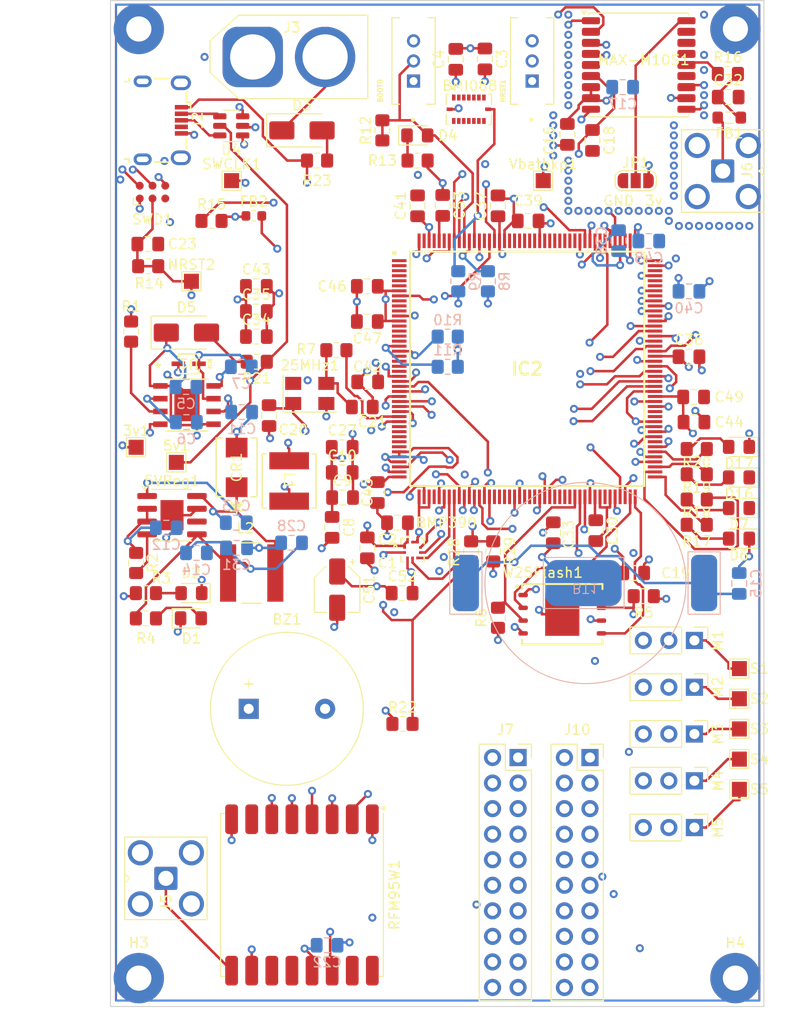
<source format=kicad_pcb>
(kicad_pcb (version 20240108) (generator "pcbnew") (generator_version "8.0")
  (layers (0 "F.Cu" signal) (1 "In1.Cu" power "GND") (2 "In2.Cu" jumper "3v3") (3 "In3.Cu" jumper) (4 "In4.Cu" power "GND2") (5 "In5.Cu" signal) (6 "In6.Cu" signal) (31 "B.Cu" signal) (34 "B.Paste" user) (35 "F.Paste" user) (36 "B.SilkS" user "B.Silkscreen") (37 "F.SilkS" user "F.Silkscreen") (38 "B.Mask" user) (39 "F.Mask" user) (44 "Edge.Cuts" user))
  (net 0 "")
  (net 1 "VBat-backup")
  (net 2 "GND")
  (net 3 "+3V3")
  (net 4 "+5V")
  (net 5 "Net-(IC2-VCAP_1)")
  (net 6 "Net-(C32-Pad1)")
  (net 7 "Net-(IC2-VCAP_2)")
  (net 8 "Net-(IC2-VCAP_3)")
  (net 9 "VDDA")
  (net 10 "Net-(D1-A)")
  (net 11 "Net-(D2-A)")
  (net 12 "5V_OUT_USB")
  (net 13 "Net-(D4-K)")
  (net 14 "Net-(D6-A)")
  (net 15 "Net-(D7-A)")
  (net 16 "Net-(D16-A)")
  (net 17 "Net-(D17-A)")
  (net 18 "Net-(J6-In)")
  (net 36 "I2C1_SCL")
  (net 38 "I2C2_SDA")
  (net 41 "I2C1_SDA")
  (net 63 "I2C2_SCL")
  (net 69 "Net-(5VReg1-EN)")
  (net 70 "Net-(D5-A)")
  (net 71 "NRST")
  (net 72 "SWCLK")
  (net 76 "VBAT")
  (net 80 "SERVO5")
  (net 82 "SERVO3")
  (net 84 "Net-(J5-In)")
  (net 85 "/GPS_!SAFEBOOT")
  (net 86 "SERVO4")
  (net 87 "SERVO2")
  (net 88 "SERVO1")
  (net 89 "BUZZER")
  (net 90 "GP_GPIO27")
  (net 91 "GP_GPIO26")
  (net 92 "GP_GPIO35")
  (net 93 "LED4")
  (net 94 "LED1")
  (net 95 "V_DETECT")
  (net 96 "GP_GPIO23")
  (net 97 "LED3")
  (net 98 "SPI5_MISO")
  (net 99 "GP_GPIO33")
  (net 100 "GP_GPIO22")
  (net 101 "GP_GPIO34")
  (net 102 "GP_GPIO19")
  (net 103 "GP_GPIO31")
  (net 104 "LED2")
  (net 105 "GP_GPIO18")
  (net 106 "UART4_TX")
  (net 107 "GP_GPIO10")
  (net 108 "SPI5_CS")
  (net 109 "GP_GPIO9")
  (net 110 "SPI5_SCK")
  (net 111 "GP_GPIO32")
  (net 112 "GP_GPIO21")
  (net 113 "I2C2_CS")
  (net 114 "/Power/NCV_RESET")
  (net 115 "/Power/DRV")
  (net 116 "/Power/BST")
  (net 117 "Net-(5VReg1-BST)")
  (net 119 "Net-(5VReg1-PGOOD)")
  (net 120 "Net-(25MHz1-Pad3)")
  (net 122 "Net-(MAX-M10S1-VCC_RF)")
  (net 138 "SPI5_MOSI")
  (net 139 "GP_GPIO25")
  (net 145 "GP_GPIO6")
  (net 146 "GP_GPIO24")
  (net 147 "GP_GPIO8")
  (net 148 "GP_GPIO20")
  (net 149 "UART4_RX")
  (net 150 "GP_GPIO28")
  (net 151 "GP_GPIO30")
  (net 152 "GP_GPIO29")
  (net 153 "GP_GPIO7")
  (net 154 "HSE_IN")
  (net 155 "INT_GYR")
  (net 156 "INT_ACC")
  (net 157 "SPI1_MISO")
  (net 158 "SPI1_SCK")
  (net 159 "SPI1_INT")
  (net 160 "SPI1_CS")
  (net 161 "SPI1_MOSI")
  (net 162 "BOOT0")
  (net 163 "SPI2_MISO")
  (net 164 "SPI3_SCK")
  (net 165 "SPI2_SCK")
  (net 166 "UART5_TX")
  (net 167 "FLASH_!WP")
  (net 168 "SPI3_CS")
  (net 169 "SPI2_!CS")
  (net 170 "SPI3_MISO")
  (net 171 "FLASH_!HOLD")
  (net 172 "SPI3_RST")
  (net 173 "SPI3_MOSI")
  (net 174 "SPI2_MOSI")
  (net 175 "GP_GPIO36")
  (net 176 "GPS_TIMEPULSE")
  (net 177 "SPI3_INT")
  (net 178 "HSE_OUT")
  (net 179 "UART5_RX")
  (net 180 "USB_D_Connector-")
  (net 181 "USB_D_Connector+")
  (net 182 "SWDIO")
  (net 183 "USB_D+")
  (net 184 "USB_D-")
  (net 185 "SWO")
  (net 186 "Net-(5VReg1-SW)")
  (net 187 "Net-(D3-A)")
  (net 188 "Net-(3v3Reg1-SW)")
  (footprint "BMI088:PQFN50P450X300X100-16N" (layer "F.Cu") (at 157.6 66.4)
    (property "Reference" "BMI088")
    (property "Value" "BMI088")
  )
  (footprint "Package_TO_SOT_SMD:SOT-23-6" (layer "F.Cu") (at 133.9625 68.05 180)
    (property "Reference" "U4")
    (property "Value" "USBLC6-2SC6")
  )
  (footprint "Connector_PinHeader_2.54mm:PinHeader_1x03_P2.54mm_Vertical" (layer "F.Cu") (at 180.04 119.2 -90)
    (property "Reference" "M1")
    (property "Value" "SERVO1")
  )
  (footprint "Inductor_SMD:L_0603_1608Metric" (layer "F.Cu") (at 136.2125 77)
    (property "Reference" "FB2")
    (property "Value" "FCM1608KF-601T05")
  )
  (footprint "Capacitor_SMD:C_0805_2012Metric_Pad1.18x1.45mm_HandSolder" (layer "F.Cu") (at 174 112.5)
    (property "Reference" "C19")
    (property "Value" "100nF")
  )
  (footprint "TestPoint:TestPoint_Pad_1.5x1.5mm" (layer "F.Cu") (at 184.515 122)
    (property "Reference" "S1")
    (property "Value" "SERVO1")
  )
  (footprint "Capacitor_SMD:C_0805_2012Metric_Pad1.18x1.45mm_HandSolder" (layer "F.Cu") (at 145 100)
    (property "Reference" "C27")
    (property "Value" "1uF")
  )
  (footprint "Resistor_SMD:R_0805_2012Metric_Pad1.20x1.40mm_HandSolder" (layer "F.Cu") (at 132 77.5)
    (property "Reference" "R15")
    (property "Value" "10k")
  )
  (footprint "W25N01GVZEIG_TR:SON127P800X600X80-9N" (layer "F.Cu") (at 166.895 116.595)
    (property "Reference" "W25Flash1")
    (property "Value" "W25N01GVZEIG_TR")
  )
  (footprint "Capacitor_SMD:C_0805_2012Metric_Pad1.18x1.45mm_HandSolder" (layer "F.Cu") (at 179.9625 95)
    (property "Reference" "C49")
    (property "Value" "100nF")
  )
  (footprint "Capacitor_SMD:C_0805_2012Metric_Pad1.18x1.45mm_HandSolder" (layer "F.Cu") (at 125.6625 79.8)
    (property "Reference" "C23")
    (property "Value" "100nF")
  )
  (footprint "MountingHole:MountingHole_2.5mm_Pad_TopBottom" (layer "F.Cu") (at 124.77 58.42)
    (property "Reference" "H1")
    (property "Value" "MountingHole_Pad")
  )
  (footprint "Capacitor_SMD:C_0805_2012Metric_Pad1.18x1.45mm_HandSolder" (layer "F.Cu") (at 169.9 69.5 -90)
    (property "Reference" "C18")
    (property "Value" "10uF")
  )
  (footprint "Connector:Tag-Connect_TC2030-IDC-NL_2x03_P1.27mm_Vertical" (layer "F.Cu") (at 126.13 74.635)
    (property "Reference" "SWD1")
    (property "Value" "Conn_ARM_SWD_TagConnect_TC2030-NL")
  )
  (footprint "NCV891330PD33R2G:SOIC8_3P9X4P9_ONS" (layer "F.Cu") (at 129.5584 95.805)
    (property "Reference" "3v3Reg1" (hide yes))
    (property "Value" "NCV891330PD33R2G")
  )
  (footprint "Connector_Coaxial:SMA_Amphenol_901-143_Horizontal" (layer "F.Cu") (at 182.86 72.54 180)
    (property "Reference" "J6")
    (property "Value" "Conn_Coaxial")
  )
  (footprint "Capacitor_SMD:C_0805_2012Metric_Pad1.18x1.45mm_HandSolder" (layer "F.Cu") (at 136.4625 89)
    (property "Reference" "C34")
    (property "Value" "100nF")
  )
  (footprint "LED_SMD:LED_0805_2012Metric_Pad1.15x1.40mm_HandSolder" (layer "F.Cu") (at 184.475 109.08 180)
    (property "Reference" "D6")
    (property "Value" "G-STATUS1")
  )
  (footprint "TestPoint:TestPoint_Pad_1.5x1.5mm" (layer "F.Cu") (at 184.515 125)
    (property "Reference" "S2")
    (property "Value" "SERVO2")
  )
  (footprint "Connector_PinHeader_2.54mm:PinHeader_1x03_P2.54mm_Vertical" (layer "F.Cu") (at 180.04 128.5 -90)
    (property "Reference" "M3")
    (property "Value" "SERVO3")
  )
  (footprint "TestPoint:TestPoint_Pad_1.5x1.5mm" (layer "F.Cu") (at 165 73.5)
    (property "Reference" "Vbatbkp1")
    (property "Value" "Vbckp")
  )
  (footprint "Connector_PinHeader_2.54mm:PinHeader_1x03_P2.54mm_Vertical" (layer "F.Cu") (at 180.04 123.85 -90)
    (property "Reference" "M2")
    (property "Value" "SERVO2")
  )
  (footprint "Capacitor_SMD:C_0805_2012Metric_Pad1.18x1.45mm_HandSolder" (layer "F.Cu") (at 144 107.9625 -90)
    (property "Reference" "C8")
    (property "Value" "10 uF")
  )
  (footprint "MountingHole:MountingHole_2.5mm_Pad_TopBottom" (layer "F.Cu") (at 124.77 152.77)
    (property "Reference" "H3")
    (property "Value" "MountingHole_Pad")
  )
  (footprint "Connector_USB:USB_Micro-B_Wuerth_629105150521" (layer "F.Cu") (at 127.1 67.5 -90)
    (property "Reference" "J2")
    (property "Value" "USB_B_Micro")
  )
  (footprint "Capacitor_SMD:C_0805_2012Metric_Pad1.18x1.45mm_HandSolder" (layer "F.Cu") (at 159.2 61.4 90)
    (property "Reference" "C3")
    (property "Value" "100 nF")
  )
  (footprint "Capacitor_SMD:C_0805_2012Metric_Pad1.18x1.45mm_HandSolder" (layer "F.Cu") (at 147.5 87.5 180)
    (property "Reference" "C47")
    (property "Value" "100nF")
  )
  (footprint "OS102011MS2QN1:SW_OS102011MS2QN1" (layer "F.Cu") (at 163.9 61.6 90)
    (property "Reference" "NRST1")
    (property "Value" "OS102011MS2QN1")
  )
  (footprint "LED_SMD:LED_0805_2012Metric_Pad1.15x1.40mm_HandSolder" (layer "F.Cu") (at 130 114.5 180)
    (property "Reference" "D1")
    (property "Value" "GREEN-3v3")
  )
  (footprint "Crystal:Crystal_SMD_5032-4Pin_5.0x3.2mm" (layer "F.Cu") (at 141.775 94.65)
    (property "Reference" "25MHz1")
    (property "Value" "25MHz-X503225MSB4SI")
  )
  (footprint "Resistor_SMD:R_0805_2012Metric_Pad1.20x1.40mm_HandSolder" (layer "F.Cu") (at 180.275 105.195 180)
    (property "Reference" "R18")
    (property "Value" "200")
  )
  (footprint "Capacitor_SMD:C_0805_2012Metric_Pad1.18x1.45mm_HandSolder" (layer "F.Cu") (at 152.5 76 90)
    (property "Reference" "C41")
    (property "Value" "100nF")
  )
  (footprint "Connector_PinHeader_2.54mm:PinHeader_1x03_P2.54mm_Vertical" (layer "F.Cu") (at 180.04 137.8 -90)
    (property "Reference" "M5")
    (property "Value" "SERVO5")
  )
  (footprint "TestPoint:TestPoint_Pad_1.5x1.5mm" (layer "F.Cu") (at 184.515 134)
    (property "Reference" "S5")
    (property "Value" "SERVO5")
  )
  (footprint "Diode_SMD:D_SMA" (layer "F.Cu") (at 129.5 88.6)
    (property "Reference" "D5")
    (property "Value" "B150-E3")
  )
  (footprint "Resistor_SMD:R_0805_2012Metric_Pad1.20x1.40mm_HandSolder" (layer "F.Cu") (at 175 114.8 180)
    (property "Reference" "R5")
    (property "Value" "10k")
  )
  (footprint "BMP390:10LGA_2X2X0p75_BOS" (layer "F.Cu") (at 152 110.2126)
    (property "Reference" "BMP390")
    (property "Value" "BMP390")
  )
  (footprint "LED_SMD:LED_0805_2012Metric_Pad1.15x1.40mm_HandSolder" (layer "F.Cu") (at 152.475 69)
    (property "Reference" "D4")
    (property "Value" "YELLOW")
  )
  (footprint "Resistor_SMD:R_0805_2012Metric_Pad1.20x1.40mm_HandSolder" (layer "F.Cu") (at 149 68.5 90)
    (property "Reference" "R12")
    (property "Value" "10k")
  )
  (footprint "RF_Module:HOPERF_RFM9XW_SMD" (layer "F.Cu") (at 141 144.5 -90)
    (property "Reference" "RFM95W1")
    (property "Value" "RFM95W-915S2")
  )
  (footprint "TestPoint:TestPoint_Pad_1.5x1.5mm" (layer "F.Cu") (at 128.5 101.5)
    (property "Reference" "5v1")
    (property "Value" "5V")
  )
  (footprint "Capacitor_SMD:C_0805_2012Metric_Pad1.18x1.45mm_HandSolder" (layer "F.Cu") (at 160.5 76 90)
    (property "Reference" "C37")
    (property "Value" "100nF")
  )
  (footprint "Connector_AMASS:AMASS_XT60-M_1x02_P7.20mm_Vertical" (layer "F.Cu") (at 136.1 61.2)
    (property "Reference" "J3")
    (property "Value" "XT60-M")
  )
  (footprint "Jumper:SolderJumper-3_P1.3mm_Open_RoundedPad1.0x1.5mm_NumberLabels" (layer "F.Cu") (at 174.2 73.5)
    (property "Reference" "JP1")
    (property "Value" "SolderJumper_3_Open")
  )
  (footprint "Resistor_SMD:R_0805_2012Metric_Pad1.20x1.40mm_HandSolder" (layer "F.Cu") (at 136.5 91.5 180)
    (property "Reference" "R21")
    (property "Value" "0 ")
  )
  (footprint "NR6028T4R7M:IND_NR6028T4R7M" (layer "F.Cu") (at 136 112.5)
    (property "Reference" "L2")
    (property "Value" "NR6028T4R7M")
  )
  (footprint "LED_SMD:LED_0805_2012Metric_Pad1.15x1.40mm_HandSolder" (layer "F.Cu") (at 129.95 117)
    (property "Reference" "D2")
    (property "Value" "RED-5V")
  )
  (footprint "LIB_STM32H755IIT6:QFP50P2600X2600X160-176N" (layer "F.Cu") (at 163.4 92.2)
    (property "Reference" "IC2")
    (property "Value" "STM32H755IIT6" (hide yes))
  )
  (footprint "MountingHole:MountingHole_2.5mm_Pad_TopBottom" (layer "F.Cu") (at 184.12 58.42)
    (property "Reference" "H2")
    (property "Value" "MountingHole_Pad")
  )
  (footprint "Capacitor_SMD:C_0805_2012Metric_Pad1.18x1.45mm_HandSolder" (layer "F.Cu") (at 136.4625 86.5)
    (property "Reference" "C35")
    (property "Value" "100nF")
  )
  (footprint "Package_SO:SOIC-8-1EP_3.9x4.9mm_P1.27mm_EP2.29x3mm" (layer "F.Cu") (at 128.07 106.75)
    (property "Reference" "5VReg1")
    (property "Value" "ADP2303ARDZ-5.0")
  )
  (footprint "Diode_SMD:D_SMA" (layer "F.Cu") (at 141 68.5)
    (property "Reference" "D3")
    (property "Value" "B150-E3")
  )
  (footprint "Capacitor_SMD:C_0805_2012Metric_Pad1.18x1.45mm_HandSolder" (layer "F.Cu") (at 155 75.9625 -90)
    (property "Reference" "C53")
    (property "Value" "2.2 uF")
  )
  (footprint "TestPoint:TestPoint_Pad_1.5x1.5mm" (layer "F.Cu") (at 184.515 131)
    (property "Reference" "S4")
    (property "Value" "SERVO4")
  )
  (footprint "Capacitor_SMD:C_0805_2012Metric_Pad1.18x1.45mm_HandSolder" (layer "F.Cu") (at 163.5 77.5 180)
    (property "Reference" "C39")
    (property "Value" "100nF")
  )
  (footprint "Resistor_SMD:R_0805_2012Metric_Pad1.20x1.40mm_HandSolder" (layer "F.Cu") (at 151 127.5)
    (property "Reference" "R22")
    (property "Value" "0 ")
  )
  (footprint "Capacitor_SMD:C_0805_2012Metric_Pad1.18x1.45mm_HandSolder" (layer "F.Cu") (at 167.4 68.9 -90)
    (property "Reference" "C16")
    (property "Value" "1uF")
  )
  (footprint "Resistor_SMD:R_0805_2012Metric_Pad1.20x1.40mm_HandSolder" (layer "F.Cu") (at 124 88.5 90)
    (property "Reference" "R1")
    (property "Value" "10k")
  )
  (footprint "bas16ht1g:SOD_16HT1G_ONS" (layer "F.Cu") (at 129.7287 91.7 180)
    (property "Reference" "U1")
    (property "Value" "BAS16HT1G")
  )
  (footprint "Resistor_SMD:R_0805_2012Metric_Pad1.20x1.40mm_HandSolder" (layer "F.Cu") (at 124.5 111.5 -90)
    (property "Reference" "R2")
    (property "Value" "100k")
  )
  (footprint "Capacitor_SMD:C_0805_2012Metric_Pad1.18x1.45mm_HandSolder" (layer "F.Cu") (at 150.9625 114.5)
    (property "Reference" "C52")
    (property "Value" "100nF")
  )
  (footprint "Capacitor_SMD:C_0805_2012Metric_Pad1.18x1.45mm_HandSolder" (layer "F.Cu") (at 170.225 108.2875 -90)
    (property "Reference" "C30")
    (property "Value" "2.2uF")
  )
  (footprint "Capacitor_SMD:C_0805_2012Metric_Pad1.18x1.45mm_HandSolder" (layer "F.Cu") (at 136.4625 84)
    (property "Reference" "C43")
    (property "Value" "100nF")
  )
  (footprint "ssb43:DIODE_DO214AA_MBRS" (layer "F.Cu") (at 134.5 102 90)
    (property "Reference" "CR1")
    (property "Value" "SSB43L-E3/52T")
  )
  (footprint "Connector_PinSocket_2.54mm:PinSocket_2x10_P2.54mm_Vertical" (layer "F.Cu") (at 169.65 130.84)
    (property "Reference" "J10")
    (property "Value" "Conn_02x10_Top_Bottom")
  )
  (footprint "Resistor_SMD:R_0805_2012Metric_Pad1.20x1.40mm_HandSolder" (layer "F.Cu") (at 125.475 114.5)
    (property "Reference" "R3")
    (property "Value" "100")
  )
  (footprint "NRS5030T3:IND_NRS5030_TAY" (layer "F.Cu") (at 139.725 103.35 -90)
    (property "Reference" "L1")
    (property "Value" "3.3 uH")
  )
  (footprint "Capacitor_SMD:C_0805_2012Metric_Pad1.18x1.45mm_HandSolder" (layer "F.Cu") (at 147.5 110 90)
    (property "Reference" "C1")
    (property "Value" "100nF")
  )
  (footprint "Capacitor_SMD:C_0805_2012Metric_Pad1.18x1.45mm_HandSolder" (layer "F.Cu") (at 148.5 104.5 -90)
    (property "Reference" "C45")
    (property "Value" "100nF")
  )
  (footprint "Resistor_SMD:R_0805_2012Metric_Pad1.20x1.40mm_HandSolder" (layer "F.Cu") (at 180.275 100.175 180)
    (property "Reference" "R20")
    (property "Value" "200")
  )
  (footprint "Buzzer_Beeper:Buzzer_15x7.5RM7.6" (layer "F.Cu") (at 135.7 126)
    (property "Reference" "BZ1")
    (property "Value" "Buzzer")
  )
  (footprint "Resistor_SMD:R_0805_2012Metric_Pad1.20x1.40mm_HandSolder" (layer "F.Cu") (at 180.275 107.705 180)
    (property "Reference" "R17")
    (property "Value" "200")
  )
  (footprint "Capacitor_SMD:C_0805_2012Metric_Pad1.18x1.45mm_HandSolder" (layer "F.Cu") (at 166 108.5 -90)
    (property "Reference" "C33")
    (property "Value" "100nF")
  )
  (footprint "MountingHole:MountingHole_2.5mm_Pad_TopBottom" (layer "F.Cu") (at 184.12 152.77)
    (property "Reference" "H4")
    (property "Value" "MountingHole_Pad")
  )
  (footprint "Connector_PinHeader_2.54mm:PinHeader_1x03_P2.54mm_Vertical" (layer "F.Cu") (at 180.04 133.15 -90)
    (property "Reference" "M4")
    (property "Value" "SERVO4")
  )
  (footprint "Connector_Coaxial:SMA_Amphenol_901-143_Horizontal" (layer "F.Cu") (at 127.46 142.85)
    (property "Reference" "J5")
    (property "Value" "Conn_Coaxial")
  )
  (footprint "OS102011MS2QN1:SW_OS102011MS2QN1" (layer "F.Cu") (at 152.1 61.6 90)
    (property "Reference" "BOOT0")
    (property "Value" "OS102011MS2QN1")
  )
  (footprint "TestPoint:TestPoint_Pad_1.5x1.5mm" (layer "F.Cu") (at 134 73.5)
    (property "Reference" "SWCLK1")
    (property "Value" "SWCLK")
  )
  (footprint "RF_GPS:ublox_MAX" (layer "F.Cu") (at 174.5 62)
    (property "Reference" "MAX-M10S1")
    (property "Value" "MAX-M10S")
  )
  (footprint "Inductor_SMD:L_0805_2012Metric_Pad1.05x1.20mm_HandSolder" (layer "F.Cu") (at 183.51 67.23 180)
    (property "Reference" "FB1")
    (property "Value" "2.66")
  )
  (footprint "Resistor_SMD:R_0805_2012Metric_Pad1.20x1.40mm_HandSolder" (layer "F.Cu") (at 144.425 90.35 180)
    (property "Reference" "R7")
    (property "Value" "47")
  )
  (footprint "Resistor_SMD:R_0805_2012Metric_Pad1.20x1.40mm_HandSolder" (layer "F.Cu") (at 183.37 62.89)
    (property "Reference" "R16")
    (property "Value" "33")
  )
  (footprint "LED_SMD:LED_0805_2012Metric_Pad1.15x1.40mm_HandSolder" (layer "F.Cu") (at 184.475 106.04 180)
    (property "Reference" "D7")
    (property "Value" "O-STATUS2")
  )
  (footprint "Connector_PinSocket_2.54mm:PinSocket_2x10_P2.54mm_Vertical" (layer "F.Cu") (at 162.5 130.84)
    (property "Reference" "J7")
    (property "Value" "Conn_02x10_Top_Bottom")
  )
  (footprint "Capacitor_SMD:C_0805_2012Metric_Pad1.18x1.45mm_HandSolder" (layer "F.Cu") (at 156.3 61.4375 90)
    (property "Reference" "C4")
    (property "Value" "100 nF")
  )
  (footprint "LED_SMD:LED_0805_2012Metric_Pad1.15x1.40mm_HandSolder" (layer "F.Cu") (at 184.475 99.96 180)
    (property "Reference" "D17")
    (property "Value" "R-STATUS4")
  )
  (footprint "Capacitor_SMD:C_0805_2012Metric_Pad1.18x1.45mm_HandSolder" (layer "F.Cu") (at 145 102.5)
    (property "Reference" "C10")
    (property "Value" "10 uF")
  )
  (footprint "Capacitor_SMD:C_0805_2012Metric_Pad1.18x1.45mm_HandSolder" (layer "F.Cu") (at 183.4 65.19)
    (property "Reference" "C32")
    (property "Value" "47pF")
  )
  (footprint "Resistor_SMD:R_0805_2012Metric_Pad1.20x1.40mm_HandSolder" (layer "F.Cu") (at 157.825 110.35 -90)
    (property "Reference" "R28")
    (property "Value" "1M")
  )
  (footprint "Capacitor_SMD:C_0805_2012Metric_Pad1.18x1.45mm_HandSolder" (layer "F.Cu") (at 150.5 107.5 180)
    (property "Reference" "C2")
    (property "Value" "100nF")
  )
  (footprint "TestPoint:TestPoint_Pad_1.5x1.5mm" (layer "F.Cu") (at 130 83.5)
    (property "Reference" "NRST2")
    (property "Value" "NRST")
  )
  (footprint "Capacitor_SMD:C_0805_2012Metric_Pad1.18x1.45mm_HandSolder" (layer "F.Cu") (at 147.5375 93.5 180)
    (property "Reference" "C42")
    (property "Value" "100nF")
  )
  (footprint "Capacitor_SMD:CP_Elec_4x5.4" (layer "F.Cu") (at 144.5 114.15 -90)
    (property "Reference" "C51")
    (property "Value" "1uF")
  )
  (footprint "Resistor_SMD:R_0805_2012Metric_Pad1.20x1.40mm_HandSolder" (layer "F.Cu") (at 125.475 117.01)
    (property "Reference" "R4")
    (property "Value" "200")
  )
  (footprint "Resistor_SMD:R_0805_2012Metric_Pad1.20x1.40mm_HandSolder" (layer "F.Cu") (at 152.5 71.5)
    (property "Reference" "R13")
    (property "Value" "100")
  )
  (footprint "Capacitor_SMD:C_0805_2012Metric_Pad1.18x1.45mm_HandSolder" (layer "F.Cu") (at 147.5 84 180)
    (property "Reference" "C46")
    (property "Value" "100nF")
  )
  (footprint "Resistor_SMD:R_0805_2012Metric_Pad1.20x1.40mm_HandSolder" (layer "F.Cu") (at 125.7 82)
    (property "Reference" "R14")
    (property "Value" "10k")
  )
  (footprint "Resistor_SMD:R_0805_2012Metric_Pad1.20x1.40mm_HandSolder" (layer "F.Cu") (at 160.025 110.35 -90)
    (property "Reference" "R29")
    (property "Value" "100k")
  )
  (footprint "Resistor_SMD:R_0805_2012Metric_Pad1.20x1.40mm_HandSolder" (layer "F.Cu") (at 160.5 116.95 90)
    (property "Reference" "R6")
    (property "Value" "10k")
  )
  (footprint "Capacitor_SMD:C_0805_2012Metric_Pad1.18x1.45mm_HandSolder" (layer "F.Cu") (at 147 96)
    (property "Reference" "C21")
    (property "Value" "12pF")
  )
  (footprint "Resistor_SMD:R_0805_2012Metric_Pad1.20x1.40mm_HandSolder" (layer "F.Cu") (at 180.275 102.685 180)
    (property "Reference" "R19")
    (property "Value" "200")
  )
  (footprint "TestPoint:TestPoint_Pad_1.5x1.5mm" (layer "F.Cu") (at 124.5 100)
    (property "Reference" "3v1")
    (property "Value" "3v3")
  )
  (footprint "Capacitor_SMD:C_0805_2012Metric_Pad1.18x1.45mm_HandSolder" (layer "F.Cu") (at 180 97.5)
    (property "Reference" "C44")
    (property "Value" "100nF")
  )
  (footprint "Resistor_SMD:R_0805_2012Metric_Pad1.20x1.40mm_HandSolder" (layer "F.Cu") (at 142.5 71.5)
    (property "Reference" "R23")
    (property "Value" "0 ")
  )
  (footprint "LED_SMD:LED_0805_2012Metric_Pad1.15x1.40mm_HandSolder" (layer "F.Cu") (at 184.475 103 180)
    (property "Reference" "D16")
    (property "Value" "B-STATUS3")
  )
  (footprint "TestPoint:TestPoint_Pad_1.5x1.5mm" (layer "F.Cu") (at 184.515 128)
    (property "Reference" "S3")
    (property "Value" "SERVO3")
  )
  (footprint "Capacitor_SMD:C_0805_2012Metric_Pad1.18x1.45mm_HandSolder" (layer "F.Cu") (at 145.0375 105)
    (property "Reference" "C9")
    (property "Value" "10 uF")
  )
  (footprint "Capacitor_SMD:C_0805_2012Metric_Pad1.18x1.45mm_HandSolder" (layer "F.Cu") (at 179.5 91)
    (property "Reference" "C36")
    (property "Value" "100nF")
  )
  (footprint "Capacitor_SMD:C_0805_2012Metric_Pad1.18x1.45mm_HandSolder" (layer "F.Cu") (at 137.725 96.85 -90)
    (property "Reference" "C20")
    (property "Value" "12pF")
  )
  (footprint "Capacitor_SMD:C_0805_2012Metric_Pad1.18x1.45mm_HandSolder" (layer "B.Cu") (at 127.5 108)
    (property "Reference" "C12")
    (property "Value" "10 uF")
  )
  (footprint "Resistor_SMD:R_0805_2012Metric_Pad1.20x1.40mm_HandSolder" (layer "B.Cu") (at 155.5 92 180)
    (property "Reference" "R11")
    (property "Value" "4.7k")
  )
  (footprint "Capacitor_SMD:C_0805_2012Metric_Pad1.18x1.45mm_HandSolder" (layer "B.Cu") (at 172.5 79.4625 -90)
    (property "Reference" "C38")
    (property "Value" "100nF")
  )
  (footprint "Capacitor_SMD:C_0805_2012Metric_Pad1.18x1.45mm_HandSolder" (layer "B.Cu") (at 134.9625 92)
    (property "Reference" "C7")
    (property "Value" ".1 uF")
  )
  (footprint "Capacitor_SMD:C_0805_2012Metric_Pad1.18x1.45mm_HandSolder" (layer "B.Cu") (at 134.4625 107.5 180)
    (property "Reference" "C13")
    (property "Value" "0.1 uF")
  )
  (footprint "cr-2032:cr 2032 holder" (layer "B.Cu") (at 169.207 113.493)
    (property "Reference" "BT1")
    (property "Value" "CR-2032")
  )
  (footprint "Resistor_SMD:R_0805_2012Metric_Pad1.20x1.40mm_HandSolder" (layer "B.Cu") (at 156.55 83.5 90)
    (property "Reference" "R9")
    (property "Value" "4.7k")
  )
  (footprint "Capacitor_SMD:C_0805_2012Metric_Pad1.18x1.45mm_HandSolder" (layer "B.Cu") (at 184.5 113.5375 90)
    (property "Reference" "C15")
    (property "Value" "1 uF")
  )
  (footprint "Capacitor_SMD:C_0805_2012Metric_Pad1.18x1.45mm_HandSolder" (layer "B.Cu") (at 143.5 149.5)
    (property "Reference" "C22")
    (property "Value" "10uF")
  )
  (footprint "Capacitor_SMD:C_0805_2012Metric_Pad1.18x1.45mm_HandSolder" (layer "B.Cu") (at 135 96.5)
    (property "Reference" "C11")
    (property "Value" ".1 uF")
  )
  (footprint "Capacitor_SMD:C_0805_2012Metric_Pad1.18x1.45mm_HandSolder" (layer "B.Cu") (at 175.5 79.5)
    (property "Reference" "C48")
    (property "Value" "2.2uF")
  )
  (footprint "Capacitor_SMD:C_0805_2012Metric_Pad1.18x1.45mm_HandSolder" (layer "B.Cu") (at 179.5 84.5)
    (property "Reference" "C40")
    (property "Value" "100nF")
  )
  (footprint "Capacitor_SMD:C_0805_2012Metric_Pad1.18x1.45mm_HandSolder" (layer "B.Cu") (at 134.5 110)
    (property "Reference" "C31")
    (property "Value" "10 uF")
  )
  (footprint "Capacitor_SMD:C_0805_2012Metric_Pad1.18x1.45mm_HandSolder" (layer "B.Cu") (at 129.4625 94)
    (property "Reference" "C5")
    (property "Value" "4.7 uF")
  )
  (footprint "Capacitor_SMD:C_0805_2012Metric_Pad1.18x1.45mm_HandSolder" (layer "B.Cu") (at 129.5 97.5)
    (property "Reference" "C6")
    (property "Value" ".1 uF")
  )
  (footprint "Capacitor_SMD:C_0805_2012Metric_Pad1.18x1.45mm_HandSolder" (layer "B.Cu") (at 172.9 64.2)
    (property "Reference" "C17")
    (property "Value" "1uF")
  )
  (footprint "Resistor_SMD:R_0805_2012Metric_Pad1.20x1.40mm_HandSolder" (layer "B.Cu") (at 159.5 83.5 90)
    (property "Reference" "R8")
    (property "Value" "4.7k")
  )
  (footprint "Resistor_SMD:R_0805_2012Metric_Pad1.20x1.40mm_HandSolder" (layer "B.Cu") (at 155.5 89 180)
    (property "Reference" "R10")
    (property "Value" "4.7k")
  )
  (footprint "Capacitor_SMD:C_0805_2012Metric_Pad1.18x1.45mm_HandSolder" (layer "B.Cu") (at 130.5 110.5)
    (property "Reference" "C14")
    (property "Value" "47 uF")
  )
  (footprint "Capacitor_SMD:C_0805_2012Metric_Pad1.18x1.45mm_HandSolder" (layer "B.Cu") (at 139.9625 109.5 180)
    (property "Reference" "C28")
    (property "Value" "10 uF")
  )
  (gr_rect (start 122.5 56) (end 186.5 155) (stroke (width 0.2)) (fill none) (layer "F.Cu") (net 2))
  (gr_rect (start 122.5 56) (end 186.5 155) (stroke (width 0.2)) (fill none) (layer "B.Cu") (net 2))
  (gr_rect (start 121.95 55.59) (end 186.95 155.59) (stroke (width 0.1)) (fill none) (layer "Edge.Cuts"))
  (segment (start 169.9 68.4625) (end 172.0478 66.3147) (width 0.25) (layer "F.Cu") (net 1))
  (segment (start 170.317 63.1) (end 169.75 63.1) (width 0.25) (layer "F.Cu") (net 1))
  (segment (start 165.123 72.1418) (end 165 72.2648) (width 0.25) (layer "F.Cu") (net 1))
  (segment (start 153.0348 85.307) (end 154.121 85.307) (width 0.25) (layer "F.Cu") (net 1))
  (segment (start 172.0478 66.3147) (end 172.0478 64.8308) (width 0.25) (layer "F.Cu") (net 1))
  (segment (start 150.675 84.95) (end 152.6778 84.95) (width 0.25) (layer "F.Cu") (net 1))
  (segment (start 165 72.2648) (end 165 73.5) (width 0.25) (layer "F.Cu") (net 1))
  (segment (start 168.537 69.8255) (end 169.9 68.4625) (width 0.25) (layer "F.Cu") (net 1))
  (segment (start 152.6778 84.95) (end 153.0348 85.307) (width 0.25) (layer "F.Cu") (net 1))
  (segment (start 172.0478 64.8308) (end 170.317 63.1) (width 0.25) (layer "F.Cu") (net 1))
  (segment (start 168.537 70.8349) (end 168.537 69.8255) (width 0.25) (layer "F.Cu") (net 1))
  (via (at 165.123 72.1418) (size 0.8) (drill 0.4) (layers "F.Cu" "B.Cu") (net 1))
  (via (at 168.537 70.8349) (size 0.8) (drill 0.4) (layers "F.Cu" "B.Cu") (net 1))
  (via (at 162.147 111.422) (size 0.8) (drill 0.4) (layers "F.Cu" "B.Cu") (net 1))
  (via (at 154.121 85.307) (size 0.8) (drill 0.4) (layers "F.Cu" "B.Cu") (net 1))
  (segment (start 169.5664 109.7909) (end 163.7781 109.7909) (width 0.25) (layer "B.Cu") (net 1))
  (segment (start 170.5923 110.8168) (end 169.5664 109.7909) (width 0.25) (layer "B.Cu") (net 1))
  (segment (start 184.5 114.575) (end 182.089 114.575) (width 0.25) (layer "B.Cu") (net 1))
  (segment (start 175.1069 113.493) (end 172.4307 110.8168) (width 0.25) (layer "B.Cu") (net 1))
  (segment (start 182.089 114.575) (end 181.007 113.493) (width 0.25) (layer "B.Cu") (net 1))
  (segment (start 181.007 113.493) (end 175.1069 113.493) (width 0.25) (layer "B.Cu") (net 1))
  (segment (start 159.378 111.422) (end 157.307 113.493) (width 0.25) (layer "B.Cu") (net 1))
  (segment (start 172.4307 110.8168) (end 170.5923 110.8168) (width 0.25) (layer "B.Cu") (net 1))
  (segment (start 163.7781 109.7909) (end 162.147 111.422) (width 0.25) (layer "B.Cu") (net 1))
  (segment (start 162.147 111.422) (end 159.378 111.422) (width 0.25) (layer "B.Cu") (net 1))
  (segment (start 160.025 112.583) (end 160.025 111.35) (width 0.25) (layer "F.Cu") (net 2))
  (segment (start 135.2449 68.1949) (end 135.1 68.05) (width 0.25) (layer "F.Cu") (net 2))
  (segment (start 131.025 113.175) (end 131.025 114.5) (width 0.25) (layer "F.Cu") (net 2))
  (segment (start 152.65 104.925) (end 152.65 105.9767) (width 0.25) (layer "F.Cu") (net 2))
  (segment (start 162.364 117.864) (end 163 118.5) (width 0.25) (layer "F.Cu") (net 2))
  (segment (start 180.6 66.4) (end 179.25 66.4) (width 0.25) (layer "F.Cu") (net 2))
  (segment (start 143.425 96.9315) (end 143.425 95.65) (width 0.25) (layer "F.Cu") (net 2))
  (segment (start 152.216 86.9039) (end 152.1699 86.95) (width 0.25) (layer "F.Cu") (net 2))
  (segment (start 128.925 118.036) (end 128.925 117) (width 0.25) (layer "F.Cu") (net 2))
  (segment (start 171.65 105.9767) (end 171.335 105.9767) (width 0.25) (layer "F.Cu") (net 2))
  (segment (start 152.644 105.9827) (end 152.65 105.9767) (width 0.25) (layer "F.Cu") (net 2))
  (segment (start 128.636 118.325) (end 128.925 118.036) (width 0.25) (layer "F.Cu") (net 2))
  (segment (start 180.775 92.3545) (end 180.5375 92.117) (width 0.25) (layer "F.Cu") (net 2))
  (segment (start 151.87 112.408) (end 152 112.538) (width 0.25) (layer "F.Cu") (net 2))
  (segment (start 161.15 79.475) (end 161.15 78.4233) (width 0.25) (layer "F.Cu") (net 2))
  (segment (start 176.125 100.95) (end 175.0733 100.95) (width 0.25) (layer "F.Cu") (net 2))
  (segment (start 171.335 105.9767) (end 171.335 108.215) (width 0.25) (layer "F.Cu") (net 2))
  (segment (start 167.3375 70) (end 167.4 69.9375) (width 0.25) (layer "F.Cu") (net 2))
  (segment (start 130.274 68.9411) (end 130.1178 68.9411) (width 0.25) (layer "F.Cu") (net 2))
  (segment (start 150.675 92.95) (end 149.6233 92.95) (width 0.25) (layer "F.Cu") (net 2))
  (segment (start 162.4625 77.5) (end 162.0733 77.5) (width 0.25) (layer "F.Cu") (net 2))
  (segment (start 148.0375 95.0375) (end 148.0375 96) (width 0.25) (layer "F.Cu") (net 2))
  (segment (start 162.15 106.507) (end 162.15 104.925) (width 0.25) (layer "F.Cu") (net 2))
  (segment (start 174.008 94.45) (end 176.125 94.45) (width 0.25) (layer "F.Cu") (net 2))
  (segment (start 162.163 117.864) (end 162.364 117.864) (width 0.25) (layer "F.Cu") (net 2))
  (segment (start 180.5375 92.117) (end 180.5375 91) (width 0.25) (layer "F.Cu") (net 2))
  (segment (start 175.0733 100.8733) (end 175.0733 100.95) (width 0.25) (layer "F.Cu") (net 2))
  (segment (start 146.4625 85.5234) (end 146.4625 87.5) (width 0.25) (layer "F.Cu") (net 2))
  (segment (start 146.0375 100) (end 146.0375 102.5) (width 0.25) (layer "F.Cu") (net 2))
  (segment (start 175.0375 111.6345) (end 175.0375 112.5) (width 0.25) (layer "F.Cu") (net 2))
  (segment (start 149.4625 108.8345) (end 149.4625 107.5) (width 0.25) (layer "F.Cu") (net 2))
  (segment (start 170.65 104.925) (end 170.65 105.9767) (width 0.25) (layer "F.Cu") (net 2))
  (segment (start 146.5 93.5) (end 148.0375 95.0375) (width 0.25) (layer "F.Cu") (net 2))
  (segment (start 146.0375 102.5) (end 146.075 102.5375) (width 0.25) (layer "F.Cu") (net 2))
  (segment (start 148.226 112.245) (end 147.5 111.519) (width 0.25) (layer "F.Cu") (net 2))
  (segment (start 134.5 98.4482) (end 134.5 100.0315) (width 0.25) (layer "F.Cu") (net 2))
  (segment (start 151.5 111) (end 151.5 112.038) (width 0.25) (layer "F.Cu") (net 2))
  (segment (start 181.0375 97.2812) (end 181.0375 97.5) (width 0.25) (layer "F.Cu") (net 2))
  (segment (start 166.895 116.595) (end 164.8683 116.595) (width 0.25) (layer "F.Cu") (net 2))
  (segment (start 165.15 103.105) (end 165.15 104.925) (width 0.25) (layer "F.Cu") (net 2))
  (segment (start 125.8789 98.5449) (end 125.8789 97.71) (width 0.25) (layer "F.Cu") (net 2))
  (segment (start 153.65 104.925) (end 153.65 105.9767) (width 0.25) (layer "F.Cu") (net 2))
  (segment (start 153.5 72.2342) (end 153.5 71.5) (width 0.25) (layer "F.Cu") (net 2))
  (segment (start 125.879 98.545) (end 125.8789 98.5449) (width 0.25) (layer "F.Cu") (net 2))
  (segment (start 137.5 86.5) (end 137.5 89) (width 0.25) (layer "F.Cu") (net 2))
  (segment (start 156.36 60.34) (end 157.75 60.34) (width 0.25) (layer "F.Cu") (net 2))
  (segment (start 156.3 60.4) (end 156.36 60.34) (width 0.25) (layer "F.Cu") (net 2))
  (segment (start 134 139.061) (end 134 136.975) (width 0.25) (layer "F.Cu") (net 2))
  (segment (start 146.5 93.4077) (end 146.5 93.5) (width 0.25) (layer "F.Cu") (net 2))
  (segment (start 173.695 87.95) (end 176.125 87.95) (width 0.25) (layer "F.Cu") (net 2))
  (segment (start 138.1939 84.6939) (end 137.5 84) (width 0.25) (layer "F.Cu") (net 2))
  (segment (start 155 73.7342) (end 155 74.925) (width 0.25) (layer "F.Cu") (net 2))
  (segment (start 128.07 106.75) (end 129.91 106.75) (width 0.25) (layer "F.Cu") (net 2))
  (segment (start 173.3413 96.5529) (end 173.3413 95.1167) (width 0.25) (layer "F.Cu") (net 2))
  (segment (start 127.491 108.99) (end 127.9043 108.5767) (width 0.25) (layer "F.Cu") (net 2))
  (segment (start 174.4771 91.45) (end 176.125 91.45) (width 0.25) (layer "F.Cu") (net 2))
  (segment (start 164.923 102.878) (end 165.15 103.105) (width 0.25) (layer "F.Cu") (net 2))
  (segment (start 174.346 91.3189) (end 174.4771 91.45) (width 0.25) (layer "F.Cu") (net 2))
  (segment (start 173.65 81.4035) (end 173.65 79.475) (width 0.25) (layer "F.Cu") (net 2))
  (segment (start 146.462 85.5229) (end 146.4625 85.5224) (width 0.25) (layer "F.Cu") (net 2))
  (segment (start 148 139.058) (end 148 136.975) (width 0.25) (layer "F.Cu") (net 2))
  (segment (start 152.5 109.192) (end 152.5 108.9588) (width 0.25) (layer "F.Cu") (net 2))
  (segment (start 138.1939 84.6939) (end 138.1939 85.8061) (width 0.25) (layer "F.Cu") (net 2))
  (segment (start 137.725 99.01) (end 137.725 97.8875) (width 0.25) (layer "F.Cu") (net 2))
  (segment (start 157.75 60.34) (end 159.1775 60.34) (width 0.25) (layer "F.Cu") (net 2))
  (segment (start 172.15 77.15) (end 172.15 79.475) (width 0.25) (layer "F.Cu") (net 2))
  (segment (start 175.52 111.152) (end 175.0375 111.6345) (width 0.25) (layer "F.Cu") (net 2))
  (segment (start 130.1178 68.9411) (end 129.9767 68.8) (width 0.25) (layer "F.Cu") (net 2))
  (segment (start 185.5 110.829) (end 185.5 109.08) (width 0.25) (layer "F.Cu") (net 2))
  (segment (start 167.5 58) (end 167.9 57.6) (width 0.25) (layer "F.Cu") (net 2))
  (segment (start 136.365 68.1949) (end 135.2449 68.1949) (width 0.25) (layer "F.Cu") (net 2))
  (segment (start 149.462 108.835) (end 149.4625 108.8345) (width 0.25) (layer "F.Cu") (net 2))
  (segment (start 152.4537 109.2383) (end 152.4537 109.4252) (width 0.25) (layer "F.Cu") (net 2))
  (segment (start 147.477 92.4307) (end 146.5 93.4077) (width 0.25) (layer "F.Cu") (net 2))
  (segment (start 146.038 98.6659) (end 146.0375 98.6664) (width 0.25) (layer "F.Cu") (net 2))
  (segment (start 174.205 97.4166) (end 174.2384 97.45) (width 0.25) (layer "F.Cu") (net 2))
  (segment (start 152.5 108.9588) (end 152.644 108.8148) (width 0.25) (layer "F.Cu") (net 2))
  (segment (start 164.575 116.157) (end 164.8683 116.4503) (width 0.25) (layer "F.Cu") (net 2))
  (segment (start 152.5 109.192) (end 152.4537 109.2383) (width 0.25) (layer "F.Cu") (net 2))
  (segment (start 152.5 109.4252) (end 152.5 109.192) (width 0.25) (layer "F.Cu") (net 2))
  (segment (start 127.604 92.7858) (end 129.5584 94.7402) (width 0.25) (layer "F.Cu") (net 2))
  (segment (start 171.335 108.215) (end 170.225 109.325) (width 0.25) (layer "F.Cu") (net 2))
  (segment (start 146.075 102.5375) (end 146.075 105) (width 0.25) (layer "F.Cu") (net 2))
  (segment (start 129.5584 94.7402) (end 129.5584 95.805) (width 0.25) (layer "F.Cu") (net 2))
  (segment (start 153.65 105.9767) (end 152.65 105.9767) (width 0.25) (layer "F.Cu") (net 2))
  (segment (start 160.023 112.585) (end 160.025 112.583) (width 0.25) (layer "F.Cu") (net 2))
  (segment (start 138.722 84.6939) (end 138.1939 84.6939) (width 0.25) (layer "F.Cu") (net 2))
  (segment (start 166 109.796) (end 166 109.5375) (width 0.25) (layer "F.Cu") (net 2))
  (segment (start 166 70) (end 167.3375 70) (width 0.25) (layer "F.Cu") (net 2))
  (segment (start 174.205 97.4166) (end 173.3413 96.5529) (width 0.25) (layer "F.Cu") (net 2))
  (segment (start 155 73.7342) (end 153.5 72.2342) (width 0.25) (layer "F.Cu") (net 2))
  (segment (start 146.0375 98.6664) (end 146.0375 100) (width 0.25) (layer "F.Cu") (net 2))
  (segment (start 152 109.4252) (end 152.4537 109.4252) (width 0.25) (layer "F.Cu") (net 2))
  (segment (start 162.0733 77.5) (end 161.15 78.4233) (width 0.25) (layer "F.Cu") (net 2))
  (segment (start 126.9168 97.71) (end 125.8789 97.71) (width 0.25) (layer "F.Cu") (net 2))
  (segment (start 129.91 106.75) (end 130.545 106.115) (width 0.25) (layer "F.Cu") (net 2))
  (segment (start 148.5 106.5375) (end 148.5 105.5375) (width 0.25) (layer "F.Cu") (net 2))
  (segment (start 164.876 110.92) (end 166 109.796) (width 0.25) (layer "F.Cu") (net 2))
  (segment (start 173.626 81.4275) (end 173.65 81.4035) (width 0.25) (layer "F.Cu") (net 2))
  (segment (start 181 66) (end 180.6 66.4) (width 0.25) (layer "F.Cu") (net 2))
  (segment (start 146.462 85.5229) (end 146.4625 85.5234) (width 0.25) (layer "F.Cu") (net 2))
  (segment (start 149.4625 107.5) (end 148.5 106.5375) (width 0.25) (layer "F.Cu") (net 2))
  (segment (start 138.1939 85.8061) (end 137.5 86.5) (width 0.25) (layer "F.Cu") (net 2))
  (segment (start 185.5 98.6301) (end 185.5 99.96) (width 0.25) (layer "F.Cu") (net 2))
  (segment (start 149.6233 92.2706) (end 149.6233 92.95) (width 0.25) (layer "F.Cu") (net 2))
  (segment (start 152.1699 86.95) (end 150.675 86.95) (width 0.25) (layer "F.Cu") (net 2))
  (segment (start 164.8683 116.4503) (end 164.8683 116.595) (width 0.25) (layer "F.Cu") (net 2))
  (segment (start 127.9043 108.5767) (end 128.07 108.5767) (width 0.25) (layer "F.Cu") (net 2))
  (segment (start 159.1775 60.34) (end 159.2 60.3625) (width 0.25) (layer "F.Cu") (net 2))
  (segment (start 171.65 104.925) (end 171.65 105.9767) (width 0.25) (layer "F.Cu") (net 2))
  (segment (start 152.644 108.8148) (end 152.644 108.422) (width 0.25) (layer "F.Cu") (net 2))
  (segment (start 152.644 108.422) (end 152.644 105.9827) (width 0.25) (layer "F.Cu") (net 2))
  (segment (start 151.5 112.038) (end 151.87 112.408) (width 0.25) (layer "F.Cu") (net 2))
  (segment (start 128.07 106.75) (end 128.07 108.5767) (width 0.25) (layer "F.Cu") (net 2))
  (segment (start 136 149.91) (end 136 152.025) (width 0.25) (layer "F.Cu") (net 2))
  (segment (start 160.8269 75.2894) (end 160.5 74.9625) (width 0.25) (layer "F.Cu") (net 2))
  (segment (start 129 68.8) (end 129.9767 68.8) (width 0.25) (layer "F.Cu") (net 2))
  (segment (start 173.3413 95.1167) (end 174.008 94.45) (width 0.25) (layer "F.Cu") (net 2))
  (segment (start 149.337 91.9843) (end 149.6233 92.2706) (width 0.25) (layer "F.Cu") (net 2))
  (segment (start 174.662 100.462) (end 175.0733 100.8733) (width 0.25) (layer "F.Cu") (net 2))
  (segment (start 162.0733 75.2894) (end 162.0733 77.5) (width 0.25) (layer "F.Cu") (net 2))
  (segment (start 167.9 57.6) (end 169.75 57.6) (width 0.25) (layer "F.Cu") (net 2))
  (segment (start 162.0733 75.2894) (end 160.8269 75.2894) (width 0.25) (layer "F.Cu") (net 2))
  (segment (start 162.075 75.2894) (end 162.0733 75.2894) (width 0.25) (layer "F.Cu") (net 2))
  (segment (start 171.5 76.5) (end 172.15 77.15) (width 0.25) (layer "F.Cu") (net 2))
  (segment (start 152 112.538) (end 152 114.5) (width 0.25) (layer "F.Cu") (net 2))
  (segment (start 171.335 105.9767) (end 170.65 105.9767) (width 0.25) (layer "F.Cu") (net 2))
  (segment (start 142.96 110.04) (end 144 109) (width 0.25) (layer "F.Cu") (net 2))
  (segment (start 146.4625 85.5224) (end 146.4625 84) (width 0.25) (layer "F.Cu") (net 2))
  (segment (start 144.5 117.572) (end 144.5 115.95) (width 0.25) (layer "F.Cu") (net 2))
  (segment (start 147.5 111.519) (end 147.5 111.0375) (width 0.25) (layer "F.Cu") (net 2))
  (segment (start 181 64) (end 179.45 64) (width 0.25) (layer "F.Cu") (net 2))
  (segment (start 179.45 64) (end 179.25 64.2) (width 0.25) (layer "F.Cu") (net 2))
  (segment (start 174.2384 97.45) (end 176.125 97.45) (width 0.25) (layer "F.Cu") (net 2))
  (segment (start 185.483 110.846) (end 185.5 110.829) (width 0.25) (layer "F.Cu") (net 2))
  (segment (start 144.208 117.864) (end 144.5 117.572) (width 0.25) (layer "F.Cu") (net 2))
  (segment (start 180.135 96.3787) (end 181.0375 97.2812) (width 0.25) (layer "F.Cu") (net 2))
  (segment (start 137.824 99.109) (end 137.725 99.01) (width 0.25) (layer "F.Cu") (net 2))
  (via (at 141.561 93.3406) (size 0.8) (drill 0.4) (layers "F.Cu" "B.Cu") (net 2))
  (via (at 167.5 62) (size 0.8) (drill 0.4) (layers "F.Cu" "B.Cu") (net 2))
  (via (at 147.477 92.4307) (size 0.8) (drill 0.4) (layers "F.Cu" "B.Cu") (net 2))
  (via (at 149.462 108.835) (size 0.8) (drill 0.4) (layers "F.Cu" "B.Cu") (net 2))
  (via (at 167.5 73.5) (size 0.8) (drill 0.4) (layers "F.Cu" "B.Cu") (net 2))
  (via (at 167.5 75.5) (size 0.8) (drill 0.4) (layers "F.Cu" "B.Cu") (net 2))
  (via (at 152.216 86.9039) (size 0.8) (drill 0.4) (layers "F.Cu" "B.Cu") (net 2))
  (via (at 162.075 75.2894) (size 0.8) (drill 0.4) (layers "F.Cu" "B.Cu") (net 2))
  (via (at 146.038 98.6659) (size 0.8) (drill 0.4) (layers "F.Cu" "B.Cu") (net 2))
  (via (at 183.5 78) (size 0.8) (drill 0.4) (layers "F.Cu" "B.Cu") (net 2))
  (via (at 181 64) (size 0.8) (drill 0.4) (layers "F.Cu" "B.Cu") (net 2))
  (via (at 167.5 71.5) (size 0.8) (drill 0.4) (layers "F.Cu" "B.Cu") (net 2))
  (via (at 142.96 110.04) (size 0.8) (drill 0.4) (layers "F.Cu" "B.Cu") (net 2))
  (via (at 178 73) (size 0.8) (drill 0.4) (layers "F.Cu" "B.Cu") (net 2))
  (via (at 166 69) (size 0.8) (drill 0.4) (layers "F.Cu" "B.Cu") (net 2))
  (via (at 167.5 66) (size 0.8) (drill 0.4) (layers "F.Cu" "B.Cu") (net 2))
  (via (at 167.5 57) (size 0.8) (drill 0.4) (layers "F.Cu" "B.Cu") (net 2))
  (via (at 166 68) (size 0.8) (drill 0.4) (layers "F.Cu" "B.Cu") (net 2))
  (via (at 180.135 96.3787) (size 0.8) (drill 0.4) (layers "F.Cu" "B.Cu") (net 2))
  (via (at 176.5 76.5) (size 0.8) (drill 0.4) (layers "F.Cu" "B.Cu") (net 2))
  (via (at 179.5 78) (size 0.8) (drill 0.4) (layers "F.Cu" "B.Cu") (net 2))
  (via (at 143.425 96.9315) (size 0.8) (drill 0.4) (layers "F.Cu" "B.Cu") (net 2))
  (via (at 184.5 78) (size 0.8) (drill 0.4) (layers "F.Cu" "B.Cu") (net 2))
  (via (at 157.75 60.34) (size 0.8) (drill 0.4) (layers "F.Cu" "B.Cu") (net 2))
  (via (at 136.732 110) (size 0.8) (drill 0.4) (layers "F.Cu" "B.Cu") (net 2))
  (via (at 168.5 76.5) (size 0.8) (drill 0.4) (layers "F.Cu" "B.Cu") (net 2))
  (via (at 174.611 149.797) (size 0.8) (drill 0.4) (layers "F.Cu" "B.Cu") (net 2))
  (via (at 181 67) (size 0.8) (drill 0.4) (layers "F.Cu" "B.Cu") (net 2))
  (via (at 181.5 78) (size 0.8) (drill 0.4) (layers "F.Cu" "B.Cu") (net 2))
  (via (at 174.346 91.3189) (size 0.8) (drill 0.4) (layers "F.Cu" "B.Cu") (net 2))
  (via (at 167.5 72.5) (size 0.8) (drill 0.4) (layers "F.Cu" "B.Cu") (net 2))
  (via (at 154.66 112.303) (size 0.8) (drill 0.4) (layers "F.Cu" "B.Cu") (net 2))
  (via (at 173.977 110.512) (size 0.8) (drill 0.4) (layers "F.Cu" "B.Cu") (net 2))
  (via (at 185.5 78) (size 0.8) (drill 0.4) (layers "F.Cu" "B.Cu") (net 2))
  (via (at 173.626 81.4275) (size 0.8) (drill 0.4) (layers "F.Cu" "B.Cu") (net 2))
  (via (at 172.5 76.5) (size 0.8) (drill 0.4) (layers "F.Cu" "B.Cu") (net 2))
  (via (at 162.163 117.864) (size 0.8) (drill 0.4) (layers "F.Cu" "B.Cu") (net 2))
  (via (at 173.695 87.95) (size 0.8) (drill 0.4) (layers "F.Cu" "B.Cu") (net 2))
  (via (at 136.365 68.1949) (size 0.8) (drill 0.4) (layers "F.Cu" "B.Cu") (net 2))
  (via (at 175.5 76.5) (size 0.8) (drill 0.4) (layers "F.Cu" "B.Cu") (net 2))
  (via (at 178 69) (size 0.8) (drill 0.4) (layers "F.Cu" "B.Cu") (net 2))
  (via (at 164.876 110.92) (size 0.8) (drill 0.4) (layers "F.Cu" "B.Cu") (net 2))
  (via (at 180.775 92.3545) (size 0.8) (drill 0.4) (layers "F.Cu" "B.Cu") (net 2))
  (via (at 178 68) (size 0.8) (drill 0.4) (layers "F.Cu" "B.Cu") (net 2))
  (via (at 166 67) (size 0.8) (drill 0.4) (layers "F.Cu" "B.Cu") (net 2))
  (via (at 166 70) (size 0.8) (drill 0.4) (layers "F.Cu" "B.Cu") (net 2))
  (via (at 160.023 112.585) (size 0.8) (drill 0.4) (layers "F.Cu" "B.Cu") (net 2))
  (via (at 144.208 117.864) (size 0.8) (drill 0.4) (layers "F.Cu" "B.Cu") (net 2))
  (via (at 167.5 63) (size 0.8) (drill 0.4) (layers "F.Cu" "B.Cu") (net 2))
  (via (at 174.662 100.462) (size 0.8) (drill 0.4) (layers "F.Cu" "B.Cu") (net 2))
  (via (at 155 73.7342) (size 0.8) (drill 0.4) (layers "F.Cu" "B.Cu") (net 2))
  (via (at 174.5 76.5) (size 0.8) (drill 0.4) (layers "F.Cu" "B.Cu") (net 2))
  (via (at 169.5 76.5) (size 0.8) (drill 0.4) (layers "F.Cu" "B.Cu") (net 2))
  (via (at 164.923 102.878) (size 0.8) (drill 0.4) (layers "F.Cu" "B.Cu") (net 2))
  (via (at 145.731 149.221) (size 0.8) (drill 0.4) (layers "F.Cu" "B.Cu") (net 2))
  (via (at 181.547 83.4907) (size 0.8) (drill 0.4) (layers "F.Cu" "B.Cu") (net 2))
  (via (at 127.604 92.7858) (size 0.8) (drill 0.4) (layers "F.Cu" "B.Cu") (net 2))
  (via (at 162.15 106.507) (size 0.8) (drill 0.4) (layers "F.Cu" "B.Cu") (net 2))
  (via (at 185.5 98.6301) (size 0.8) (drill 0.4) (layers "F.Cu" "B.Cu") (net 2))
  (via (at 151.87 112.408) (size 0.8) (drill 0.4) (layers "F.Cu" "B.Cu") (net 2))
  (via (at 177.5 76.5) (size 0.8) (drill 0.4) (layers "F.Cu" "B.Cu") (net 2))
  (via (at 167.5 58) (size 0.8) (drill 0.4) (layers "F.Cu" "B.Cu") (net 2))
  (via (at 167.5 65) (size 0.8) (drill 0.4) (layers "F.Cu" "B.Cu") (net 2))
  (via (at 147.888 98.3127) (size 0.8) (drill 0.4) (layers "F.Cu" "B.Cu") (net 2))
  (via (at 167.5 76.5) (size 0.8) (drill 0.4) (layers "F.Cu" "B.Cu") (net 2))
  (via (at 175.52 111.152) (size 0.8) (drill 0.4) (layers "F.Cu" "B.Cu") (net 2))
  (via (at 166 71) (size 0.8) (drill 0.4) (layers "F.Cu" "B.Cu") (net 2))
  (via (at 127.318 71.5401) (size 0.8) (drill 0.4) (layers "F.Cu" "B.Cu") (net 2))
  (via (at 167.5 61) (size 0.8) (drill 0.4) (layers "F.Cu" "B.Cu") (net 2))
  (via (at 171.5 76.5) (size 0.8) (drill 0.4) (layers "F.Cu" "B.Cu") (net 2))
  (via (at 134 139.061) (size 0.8) (drill 0.4) (layers "F.Cu" "B.Cu") (net 2))
  (via (at 178 75) (size 0.8) (drill 0.4) (layers "F.Cu" "B.Cu") (net 2))
  (via (at 127.491 108.99) (size 0.8) (drill 0.4) (layers "F.Cu" "B.Cu") (net 2))
  (via (at 131.308 61.2) (size 0.8) (drill 0.4) (layers "F.Cu" "B.Cu") (net 2))
  (via (at 167.5 60) (size 0.8) (drill 0.4) (layers "F.Cu" "B.Cu") (net 2))
  (via (at 173.5 76.5) (size 0.8) (drill 0.4) (layers "F.Cu" "B.Cu") (net 2))
  (via (at 148.226 112.245) (size 0.8) (drill 0.4) (layers "F.Cu" "B.Cu") (net 2))
  (via (at 178 72) (size 0.8) (drill 0.4) (layers "F.Cu" "B.Cu") (net 2))
  (via (at 182.5 78) (size 0.8) (drill 0.4) (layers "F.Cu" "B.Cu") (net 2))
  (via (at 167.5 59) (size 0.8) (drill 0.4) (layers "F.Cu" "B.Cu") (net 2))
  (via (at 122.925 73.3898) (size 0.8) (drill 0.4) (layers "F.Cu" "B.Cu") (net 2))
  (via (at 148 146.756) (size 0.8) (drill 0.4) (layers "F.Cu" "B.Cu") (net 2))
  (via (at 148 139.058) (size 0.8) (drill 0.4) (layers "F.Cu" "B.Cu") (net 2))
  (via (at 130.538 98.8363) (size 0.8) (drill 0.4) (layers "F.Cu" "B.Cu") (net 2))
  (via (at 178.5 78) (size 0.8) (drill 0.4) (layers "F.Cu" "B.Cu") (net 2))
  (via (at 181 66) (size 0.8) (drill 0.4) (layers "F.Cu" "B.Cu") (net 2))
  (via (at 128.636 118.325) (size 0.8) (drill 0.4) (layers "F.Cu" "B.Cu") (net 2))
  (via (at 130.274 68.9411) (size 0.8) (drill 0.4) (layers "F.Cu" "B.Cu") (net 2))
  (via (at 127.874 77.6145) (size 0.8) (drill 0.4) (layers "F.Cu" "B.Cu") (net 2))
  (via (at 177.5 77.5) (size 0.8) (drill 0.4) (layers "F.Cu" "B.Cu") (net 2))
  (via (at 178 70) (size 0.8) (drill 0.4) (layers "F.Cu" "B.Cu") (net 2))
  (via (at 137.824 99.109) (size 0.8) (drill 0.4) (layers "F.Cu" "B.Cu") (net 2))
  (via (at 136 149.91) (size 0.8) (drill 0.4) (layers "F.Cu" "B.Cu") (net 2))
  (via (at 170.5 76.5) (size 0.8) (drill 0.4) (layers "F.Cu" "B.Cu") (net 2))
  (via (at 174.205 97.4166) (size 0.8) (drill 0.4) (layers "F.Cu" "B.Cu") (net 2))
  (via (at 152.644 108.422) (size 0.8) (drill 0.4) (layers "F.Cu" "B.Cu") (net 2))
  (via (at 167.5 74.5) (size 0.8) (drill 0.4) (layers "F.Cu" "B.Cu") (net 2))
  (via (at 167.5 64) (size 0.8) (drill 0.4) (layers "F.Cu" "B.Cu") (net 2))
  (via (at 134.5 98.4482) (size 0.8) (drill 0.4) (layers "F.Cu" "B.Cu") (net 2))
  (via (at 164.575 116.157) (size 0.8) (drill 0.4) (layers "F.Cu" "B.Cu") (net 2))
  (via (at 138.722 84.6939) (size 0.8) (drill 0.4) (layers "F.Cu" "B.Cu") (net 2))
  (via (at 178 74) (size 0.8) (drill 0.4) (layers "F.Cu" "B.Cu") (net 2))
  (via (at 181 61) (size 0.8) (drill 0.4) (layers "F.Cu" "B.Cu") (net 2))
  (via (at 181 65) (size 0.8) (drill 0.4) (layers "F.Cu" "B.Cu") (net 2))
  (via (at 181 62.5) (size 0.8) (drill 0.4) (layers "F.Cu" "B.Cu") (net 2))
  (via (at 181 57) (size 0.8) (drill 0.4) (layers "F.Cu" "B.Cu") (net 2))
  (via (at 146.462 85.5229) (size 0.8) (drill 0.4) (layers "F.Cu" "B.Cu") (net 2))
  (via (at 131.025 113.175) (size 0.8) (drill 0.4) (layers "F.Cu" "B.Cu") (net 2))
  (via (at 178 71) (size 0.8) (drill 0.4) (layers "F.Cu" "B.Cu") (net 2))
  (via (at 180.5 78) (size 0.8) (drill 0.4) (layers "F.Cu" "B.Cu") (net 2))
  (via (at 185.483 110.846) (size 0.8) (drill 0.4) (layers "F.Cu" "B.Cu") (net 2))
  (via (at 149.337 91.9843) (size 0.8) (drill 0.4) (layers "F.Cu" "B.Cu") (net 2))
  (via (at 125.879 98.545) (size 0.8) (drill 0.4) (layers "F.Cu" "B.Cu") (net 2))
  (segment (start 173.626 81.4275) (end 172.6985 80.5) (width 0.25) (layer "B.Cu") (net 2))
  (segment (start 138.425 110) (end 136.732 110) (width 0.25) (layer "B.Cu") (net 2))
  (segment (start 134.5 98.4482) (end 136.0375 96.9107) (width 0.25) (layer "B.Cu") (net 2))
  (segment (start 144.8165 149.221) (end 144.5375 149.5) (width 0.25) (layer "B.Cu") (net 2))
  (segment (start 130.5 97.4625) (end 130.5 94) (width 0.25) (layer "B.Cu") (net 2))
  (segment (start 127.5475 108.99) (end 128.5375 108) (width 0.25) (layer "B.Cu") (net 2))
  (segment (start 127.491 108.99) (end 127.5475 108.99) (width 0.25) (layer "B.Cu") (net 2))
  (segment (start 136.732 110) (end 135.5375 110) (width 0.25) (layer "B.Cu") (net 2))
  (segment (start 145.731 149.221) (end 144.8165 149.221) (width 0.25) (layer "B.Cu") (net 2))
  (segment (start 136.0375 96.9107) (end 136.0375 96.5) (width 0.25) (layer "B.Cu") (net 2))
  (segment (start 184.5 111.829) (end 184.5 112.5) (width 0.25) (layer "B.Cu") (net 2))
  (segment (start 185.483 110.846) (end 184.5 111.829) (width 0.25) (layer "B.Cu") (net 2))
  (segment (start 181.547 83.4907) (end 181.5468 83.4907) (width 0.25) (layer "B.Cu") (net 2))
  (segment (start 130.5375 97.5) (end 130.5 97.4625) (width 0.25) (layer "B.Cu") (net 2))
  (segment (start 164.876 110.92) (end 167.456 113.5) (width 0.25) (layer "B.Cu") (net 2))
  (segment (start 167.456 113.5) (end 169 113.5) (width 0.25) (layer "B.Cu") (net 2))
  (segment (start 130.538 98.8363) (end 130.5375 98.8358) (width 0.25) (layer "B.Cu") (net 2))
  (segment (start 181.5468 83.4907) (end 180.5375 84.5) (width 0.25) (layer "B.Cu") (net 2))
  (segment (start 138.925 109.5) (end 138.425 110) (width 0.25) (layer "B.Cu") (net 2))
  (segment (start 130.5375 98.8358) (end 130.5375 97.5) (width 0.25) (layer "B.Cu") (net 2))
  (segment (start 172.6985 80.5) (end 172.5 80.5) (width 0.25) (layer "B.Cu") (net 2))
  (segment (start 170.79 114.6725) (end 170.79 114.69) (width 0.25) (layer "F.Cu") (net 3))
  (segment (start 148.2677 103.6948) (end 148.5 103.4625) (width 0.25) (layer "F.Cu") (net 3))
  (segment (start 175.0547 84.4314) (end 175.0733 84.45) (width 0.25) (layer "F.Cu") (net 3))
  (segment (start 149.6233 102.95) (end 149.1108 103.4625) (width 0.25) (layer "F.Cu") (net 3))
  (segment (start 124.5 100) (end 123.4233 100) (width 0.25) (layer "F.Cu") (net 3))
  (segment (start 150.675 102.95) (end 149.6233 102.95) (width 0.25) (layer "F.Cu") (net 3))
  (segment (start 123.1375 99.8084) (end 123.2317 99.8084) (width 0.25) (layer "F.Cu") (net 3))
  (segment (start 151.5 109.4252) (end 151.5 107.5375) (width 0.25) (layer "F.Cu") (net 3))
  (segment (start 143.9625 100) (end 143.9625 101.0519) (width 0.25) (layer "F.Cu") (net 3))
  (segment (start 169.2176 65.3) (end 168.5226 65.995) (width 0.25) (layer "F.Cu") (net 3))
  (segment (start 165.65 104.925) (end 165.65 103.8733) (width 0.25) (layer "F.Cu") (net 3))
  (segment (start 159.2 62.4375) (end 159.2 63.6277) (width 0.25) (layer "F.Cu") (net 3))
  (segment (start 172.15 106.1466) (end 172.3373 106.3339) (width 0.25) (layer "F.Cu") (net 3))
  (segment (start 178.875 94.95) (end 178.925 95) (width 0.25) (layer "F.Cu") (net 3))
  (segment (start 172.9625 110.9343) (end 172.9625 112.5) (width 0.25) (layer "F.Cu") (net 3))
  (segment (start 164.65 77.6125) (end 164.65 77.742) (width 0.25) (layer "F.Cu") (net 3))
  (segment (start 152.349 92.8277) (end 151.7267 93.45) (width 0.25) (layer "F.Cu") (net 3))
  (segment (start 124.86 75.27) (end 124.86 76.2839) (width 0.25) (layer "F.Cu") (net 3))
  (segment (start 148.575 91.8365) (end 148.575 93.5) (width 0.25) (layer "F.Cu") (net 3))
  (segment (start 134.3595 77.0826) (end 133.4174 77.0826) (width 0.25) (layer "F.Cu") (net 3))
  (segment (start 142 150.579) (end 142 152.025) (width 0.25) (layer "F.Cu") (net 3))
  (segment (start 147.1448 103.6948) (end 148.2677 103.6948) (width 0.25) (layer "F.Cu") (net 3))
  (segment (start 149.3236 84.45) (end 149.6233 84.45) (width 0.25) (layer "F.Cu") (net 3))
  (segment (start 135.425 77) (end 135.3424 77.0826) (width 0.25) (layer "F.Cu") (net 3))
  (segment (start 133.64 95.1403) (end 133.64 96.0379) (width 0.25) (layer "F.Cu") (net 3))
  (segment (start 178.4125 90.95) (end 176.125 90.95) (width 0.25) (layer "F.Cu") (net 3))
  (segment (start 143.9625 104.9625) (end 144 105) (width 0.25) (layer "F.Cu") (net 3))
  (segment (start 147.5 107.7703) (end 147.5 108.9625) (width 0.25) (layer "F.Cu") (net 3))
  (segment (start 150.675 84.45) (end 149.6233 84.45) (width 0.25) (layer "F.Cu") (net 3))
  (segment (start 179.8923 98.6064) (end 178.9625 97.6766) (width 0.25) (layer "F.Cu") (net 3))
  (segment (start 149.3236 85.2737) (end 149.3236 87.45) (width 0.25) (layer "F.Cu") (net 3))
  (segment (start 133.4174 77.0826) (end 133 77.5) (width 0.25) (layer "F.Cu") (net 3))
  (segment (start 148.5375 84) (end 148.9875 84.45) (width 0.25) (layer "F.Cu") (net 3))
  (segment (start 160.65 77.1875) (end 160.65 79.475) (width 0.25) (layer "F.Cu") (net 3))
  (segment (start 151.2126 109.9626) (end 151.2126 109.8019) (width 0.25) (layer "F.Cu") (net 3))
  (segment (start 132.2 96.44) (end 133.2379 96.44) (width 0.25) (layer "F.Cu") (net 3))
  (segment (start 139.5489 104.179) (end 139.725 104.179) (width 0.25) (layer "F.Cu") (net 3))
  (segment (start 167.4 67.455) (end 167.4 67.8625) (width 0.25) (layer "F.Cu") (net 3))
  (segment (start 172.9625 112.5) (end 170.79 114.6725) (width 0.25) (layer "F.Cu") (net 3))
  (segment (start 176.2617 115.0617) (end 176 114.8) (width 0.25) (layer "F.Cu") (net 3))
  (segment (start 168.5226 66.3324) (end 167.4 67.455) (width 0.25) (layer "F.Cu") (net 3))
  (segment (start 124 86.2696) (end 124 87.5) (width 0.25) (layer "F.Cu") (net 3))
  (segment (start 150.675 93.45) (end 151.7267 93.45) (width 0.25) (layer "F.Cu") (net 3))
  (segment (start 123.2317 99.8084) (end 123.4233 100) (width 0.25) (layer "F.Cu") (net 3))
  (segment (start 178.4625 91) (end 178.4125 90.95) (width 0.25) (layer "F.Cu") (net 3))
  (segment (start 144 105) (end 144 106.925) (width 0.25) (layer "F.Cu") (net 3))
  (segment (start 176.125 84.45) (end 175.0733 84.45) (width 0.25) (layer "F.Cu") (net 3))
  (segment (start 160.6565 80.5267) (end 160.9334 80.8036) (width 0.25) (layer "F.Cu") (net 3))
  (segment (start 152.65 80.5267) (end 152.3723 80.8044) (width 0.25) (layer "F.Cu") (net 3))
  (segment (start 169.75 64.2) (end 169.75 65.3) (width 0.25) (layer "F.Cu") (net 3))
  (segment (start 160.5 77.0375) (end 160.65 77.1875) (width 0.25) (layer "F.Cu") (net 3))
  (segment (start 153.65 78.1129) (end 153.5754 78.1129) (width 0.25) (layer "F.Cu") (net 3))
  (segment (start 160.65 80.5267) (end 160.6565 80.5267) (width 0.25) (layer "F.Cu") (net 3))
  (segment (start 135.3424 77.0826) (end 134.3595 77.0826) (width 0.25) (layer "F.Cu") (net 3))
  (segment (start 174.1786 101.45) (end 176.125 101.45) (width 0.25) (layer "F.Cu") (net 3))
  (segment (start 160.5 117.95) (end 160.5 119.1607) (width 0.25) (layer "F.Cu") (net 3))
  (segment (start 147.5 108.9625) (end 148.3394 109.8019) (width 0.25) (layer "F.Cu") (net 3))
  (segment (start 162.65 103.5975) (end 162.65 104.925) (width 0.25) (layer "F.Cu") (net 3))
  (segment (start 177.241 115.0617) (end 176.2617 115.0617) (width 0.25) (layer "F.Cu") (net 3))
  (segment (start 148.9875 84.45) (end 149.3236 84.45) (width 0.25) (layer "F.Cu") (net 3))
  (segment (start 165.734 77.742) (end 164.65 77.742) (width 0.25) (layer "F.Cu") (net 3))
  (segment (start 148.334 91.5955) (end 148.575 91.8365) (width 0.25) (layer "F.Cu") (net 3))
  (segment (start 141.258 149.837) (end 142 150.579) (width 0.25) (layer "F.Cu") (net 3))
  (segment (start 148.3394 109.8019) (end 151.2126 109.8019) (width 0.25) (layer "F.Cu") (net 3))
  (segment (start 149.3236 87.45) (end 150.675 87.45) (width 0.25) (layer "F.Cu") (net 3))
  (segment (start 176.125 97.95) (end 175.0733 97.95) (width 0.25) (layer "F.Cu") (net 3))
  (segment (start 174.7926 84.4314) (end 175.0547 84.4314) (width 0.25) (layer "F.Cu") (net 3))
  (segment (start 175.5 71.9519) (end 175.5 73.5) (width 0.25) (layer "F.Cu") (net 3))
  (segment (start 169.75 65.3) (end 169.9964 65.5464) (width 0.25) (layer "F.Cu") (net 3))
  (segment (start 151.2126 109.6274) (end 151.4148 109.4252) (width 0.25) (layer "F.Cu") (net 3))
  (segment (start 123.27 114.803) (end 124.172 114.803) (width 0.25) (layer "F.Cu") (net 3))
  (segment (start 143.9625 102.5) (end 143.9625 104.9625) (width 0.25) (layer "F.Cu") (net 3))
  (segment (start 152.349 92.5639) (end 152.349 92.8277) (width 0.25) (layer "F.Cu") (net 3))
  (segment (start 172.65 81.8982) (end 172.65 79.475) (width 0.25) (layer "F.Cu") (net 3))
  (segment (start 166.286 103.2373) (end 165.65 103.8733) (width 0.25) (layer "F.Cu") (net 3))
  (segment (start 178.4625 91) (end 179.4827 92.0202) (width 0.25) (layer "F.Cu") (net 3))
  (segment (start 152.65 79.475) (end 152.65 80.5267) (width 0.25) (layer "F.Cu") (net 3))
  (segment (start 178.925 95) (end 178.925 97.4625) (width 0.25) (layer "F.Cu") (net 3))
  (segment (start 178.925 97.4625) (end 178.9625 97.5) (width 0.25) (layer "F.Cu") (net 3))
  (segment (start 133.64 96.0379) (end 133.2379 96.44) (width 0.25) (layer "F.Cu") (net 3))
  (segment (start 151.4148 109.4252) (end 151.5 109.4252) (width 0.25) (layer "F.Cu") (net 3))
  (segment (start 144.9925 101.0519) (end 143.9625 101.0519) (width 0.25) (layer "F.Cu") (net 3))
  (segment (start 149.1108 103.4625) (end 148.5 103.4625) (width 0.25) (layer "F.Cu") (net 3))
  (segment (start 135.425 85.3052) (end 135.425 86.5) (width 0.25) (layer "F.Cu") (net 3))
  (segment (start 153.65 79.475) (end 153.65 78.1129) (width 0.25) (layer "F.Cu") (net 3))
  (segment (start 139.725 105.3566) (end 139.725 104.179) (width 0.25) (layer "F.Cu") (net 3))
  (segment (start 169.75 65.3) (end 169.2176 65.3) (width 0.25) (layer "F.Cu") (net 3))
  (segment (start 172.15 104.925) (end 172.15 106.1466) (width 0.25) (layer "F.Cu") (net 3))
  (segment (start 151.2126 109.8019) (end 151.2126 109.6274) (width 0.25) (layer "F.Cu") (net 3))
  (segment (start 172.1165 110.0883) (end 172.9625 110.9343) (width 0.25) (layer "F.Cu") (net 3))
  (segment (start 135.425 85.3052) (end 135.425 84) (width 0.25) (layer "F.Cu") (net 3))
  (segment (start 156.3 62.475) (end 156.3 63.6699) (width 0.25) (layer "F.Cu") (net 3))
  (segment (start 166 107.4625) (end 164.9763 108.4862) (width 0.25) (layer "F.Cu") (net 3))
  (segment (start 149.3236 84.45) (end 149.3236 85.2737) (width 0.25) (layer "F.Cu") (net 3))
  (segment (start 164.65 77.742) (end 164.65 79.475) (width 0.25) (layer "F.Cu") (net 3))
  (segment (start 168.5226 65.995) (end 168.5226 66.3324) (width 0.25) (layer "F.Cu") (net 3))
  (segment (start 148.5875 87.45) (end 149.3236 87.45) (width 0.25) (layer "F.Cu") (net 3))
  (segment (start 124.172 114.803) (end 124.475 114.5) (width 0.25) (layer "F.Cu") (net 3))
  (segment (start 134.5863 85.3052) (end 135.425 85.3052) (width 0.25) (layer "F.Cu") (net 3))
  (segment (start 166.9142 103.2373) (end 166.286 103.2373) (width 0.25) (layer "F.Cu") (net 3))
  (segment (start 139.2713 103.9014) (end 139.5489 104.179) (width 0.25) (layer "F.Cu") (net 3))
  (segment (start 160.65 79.475) (end 160.65 80.5267) (width 0.25) (layer "F.Cu") (net 3))
  (segment (start 135.425 86.5) (end 135.425 89) (width 0.25) (layer "F.Cu") (net 3))
  (segment (start 164.5375 77.5) (end 164.65 77.6125) (width 0.25) (layer "F.Cu") (net 3))
  (segment (start 178.9625 97.6766) (end 178.9625 97.5) (width 0.25) (layer "F.Cu") (net 3))
  (segment (start 148.5375 87.5) (end 148.5875 87.45) (width 0.25) (layer "F.Cu") (net 3))
  (segment (start 176.125 94.95) (end 178.875 94.95) (width 0.25) (layer "F.Cu") (net 3))
  (segment (start 175.0733 97.9924) (end 174.7722 98.2935) (width 0.25) (layer "F.Cu") (net 3))
  (segment (start 151.5 107.5375) (end 151.5375 107.5) (width 0.25) (layer "F.Cu") (net 3))
  (segment (start 153.5754 78.1129) (end 152.5 77.0375) (width 0.25) (layer "F.Cu") (net 3))
  (segment (start 175.0733 97.95) (end 175.0733 97.9924) (width 0.25) (layer "F.Cu") (net 3))
  (segment (start 143.9625 101.0519) (end 143.9625 102.5) (width 0.25) (layer "F.Cu") (net 3))
  (segment (start 169.9964 65.5464) (end 171.2863 65.5464) (width 0.25) (layer "F.Cu") (net 3))
  (via (at 156.55 85.7104) (size 0.8) (drill 0.4) (layers "F.Cu" "B.Cu") (net 3))
  (via (at 174.7926 84.4314) (size 0.8) (drill 0.4) (layers "F.Cu" "B.Cu") (net 3))
  (via (at 166.9142 103.2373) (size 0.8) (drill 0.4) (layers "F.Cu" "B.Cu") (net 3))
  (via (at 172.65 81.8982) (size 0.8) (drill 0.4) (layers "F.Cu" "B.Cu") (net 3))
  (via (at 133.64 95.1403) (size 0.8) (drill 0.4) (layers "F.Cu" "B.Cu") (net 3))
  (via (at 141.258 149.837) (size 0.8) (drill 0.4) (layers "F.Cu" "B.Cu") (net 3))
  (via (at 124.86 76.2839) (size 0.8) (drill 0.4) (layers "F.Cu" "B.Cu") (net 3))
  (via (at 148.334 91.5955) (size 0.8) (drill 0.4) (layers "F.Cu" "B.Cu") (net 3))
  (via (at 177.241 115.0617) (size 0.8) (drill 0.4) (layers "F.Cu" "B.Cu") (net 3))
  (via (at 123.1375 99.8084) (size 0.8) (drill 0.4) (layers "F.Cu" "B.Cu") (net 3))
  (via (at 159.2 63.6277) (size 0.8) (drill 0.4) (layers "F.Cu" "B.Cu") (net 3))
  (via (at 156.3 63.6699) (size 0.8) (drill 0.4) (layers "F.Cu" "B.Cu") (net 3))
  (via (at 160.9334 80.8036) (size 0.8) (drill 0.4) (layers "F.Cu" "B.Cu") (net 3))
  (via (at 147.5 107.7703) (size 0.8) (drill 0.4) (layers "F.Cu" "B.Cu") (net 3))
  (via (at 153.65 78.1129) (size 0.8) (drill 0.4) (layers "F.Cu" "B.Cu") (net 3))
  (via (at 124 86.2696) (size 0.8) (drill 0.4) (layers "F.Cu" "B.Cu") (net 3))
  (via (at 171.2863 65.5464) (size 0.8) (drill 0.4) (layers "F.Cu" "B.Cu") (net 3))
  (via (at 174.1786 101.45) (size 0.8) (drill 0.4) (layers "F.Cu" "B.Cu") (net 3))
  (via (at 172.3373 106.3339) (size 0.8) (drill 0.4) (layers "F.Cu" "B.Cu") (net 3))
  (via (at 159.5 85.7104) (size 0.8) (drill 0.4) (layers "F.Cu" "B.Cu") (net 3))
  (via (at 147.1448 103.6948) (size 0.8) (drill 0.4) (layers "F.Cu" "B.Cu") (net 3))
  (via (at 174.7722 98.2935) (size 0.8) (drill 0.4) (layers "F.Cu" "B.Cu") (net 3))
  (via (at 175.5 71.9519) (size 0.8) (drill 0.4) (layers "F.Cu" "B.Cu") (net 3))
  (via (at 152.3723 80.8044) (size 0.8) (drill 0.4) (layers "F.Cu" "B.Cu") (net 3))
  (via (at 123.27 114.803) (size 0.8) (drill 0.4) (layers "F.Cu" "B.Cu") (net 3))
  (via (at 179.8923 98.6064) (size 0.8) (drill 0.4) (layers "F.Cu" "B.Cu") (net 3))
  (via (at 152.349 92.5639) (size 0.8) (drill 0.4) (layers "F.Cu" "B.Cu") (net 3))
  (via (at 162.65 103.5975) (size 0.8) (drill 0.4) (layers "F.Cu" "B.Cu") (net 3))
  (via (at 164.9763 108.4862) (size 0.8) (drill 0.4) (layers "F.Cu" "B.Cu") (net 3))
  (via (at 178.4625 83.1714) (size 0.8) (drill 0.4) (layers "F.Cu" "B.Cu") (net 3))
  (via (at 139.2713 103.9014) (size 0.8) (drill 0.4) (layers "F.Cu" "B.Cu") (net 3))
  (via (at 134.5863 85.3052) (size 0.8) (drill 0.4) (layers "F.Cu" "B.Cu") (net 3))
  (via (at 160.5 119.1607) (size 0.8) (drill 0.4) (layers "F.Cu" "B.Cu") (net 3))
  (via (at 172.1165 110.0883) (size 0.8) (drill 0.4) (layers "F.Cu" "B.Cu") (net 3))
  (via (at 144.9925 101.0519) (size 0.8) (drill 0.4) (layers "F.Cu" "B.Cu") (net 3))
  (via (at 149.3236 85.2737) (size 0.8) (drill 0.4) (layers "F.Cu" "B.Cu") (net 3))
  (via (at 165.734 77.742) (size 0.8) (drill 0.4) (layers "F.Cu" "B.Cu") (net 3))
  (via (at 179.4827 92.0202) (size 0.8) (drill 0.4) (layers "F.Cu" "B.Cu") (net 3))
  (via (at 134.3595 77.0826) (size 0.8) (drill 0.4) (layers "F.Cu" "B.Cu") (net 3))
  (via (at 156.5 90.3167) (size 0.8) (drill 0.4) (layers "F.Cu" "B.Cu") (net 3))
  (segment (start 156.5 90.3167) (end 156.5 92) (width 0.25) (layer "B.Cu") (net 3))
  (segment (start 133.9625 95.4628) (end 133.9625 96.5) (width 0.25) (layer "B.Cu") (net 3))
  (segment (start 159.5 84.5) (end 159.5 85.7104) (width 0.25) (layer "B.Cu") (net 3))
  (segment (start 172.65 81.8982) (end 172.6308 81.9174) (width 0.25) (layer "B.Cu") (net 3))
  (segment (start 172.3012 78.425) (end 172.5 78.425) (width 0.25) (layer "B.Cu") (net 3))
  (segment (start 156.5 89) (end 156.5 90.3167) (width 0.25) (layer "B.Cu") (net 3))
  (segment (start 141.258 149.837) (end 142.1255 149.837) (width 0.25) (layer "B.Cu") (net 3))
  (segment (start 169.9233 81.4917) (end 169.9233 80.8029) (width 0.25) (layer "B.Cu") (net 3))
  (segment (start 171.2863 65.5464) (end 171.8625 64.9702) (width 0.25) (layer "B.Cu") (net 3))
  (segment (start 171.8625 64.9702) (end 171.8625 64.2) (width 0.25) (layer "B.Cu") (net 3))
  (segment (start 169.9233 80.8029) (end 172.3012 78.425) (width 0.25) (layer "B.Cu") (net 3))
  (segment (start 142.1255 149.837) (end 142.4625 149.5) (width 0.25) (layer "B.Cu") (net 3))
  (segment (start 172.6308 81.9174) (end 170.349 81.9174) (width 0.25) (layer "B.Cu") (net 3))
  (segment (start 156.55 84.5) (end 156.55 85.7104) (width 0.25) (layer "B.Cu") (net 3))
  (segment (start 178.4625 84.5) (end 178.4625 83.1714) (width 0.25) (layer "B.Cu") (net 3))
  (segment (start 170.349 81.9174) (end 169.9233 81.4917) (width 0.25) (layer "B.Cu") (net 3))
  (segment (start 133.64 95.1403) (end 133.9625 95.4628) (width 0.25) (layer "B.Cu") (net 3))
  (segment (start 131.7134 109.8234) (end 131.7135 109.8234) (width 0.25) (layer "F.Cu") (net 4))
  (segment (start 124.475 116.5282) (end 124.475 117.01) (width 0.25) (layer "F.Cu") (net 4))
  (segment (start 133.3901 111.5) (end 133.65 111.5) (width 0.25) (layer "F.Cu") (net 4))
  (segment (start 133.9261 68.7627) (end 133.2134 68.05) (width 0.25) (layer "F.Cu") (net 4))
  (segment (start 135.858 95.5344) (end 135.858 93.3768) (width 0.25) (layer "F.Cu") (net 4))
  (segment (start 137.5 91.5) (end 139.5031 89.4969) (width 0.25) (layer "F.Cu") (net 4))
  (segment (start 133.9261 70.3261) (end 133.9261 68.7627) (width 0.25) (layer "F.Cu") (net 4))
  (segment (start 133.65 111.5) (end 135.309 111.5) (width 0.25) (layer "F.Cu") (net 4))
  (segment (start 130.6164 108.7263) (end 131.7134 109.8234) (width 0.25) (layer "F.Cu") (net 4))
  (segment (start 125.475 113.8677) (end 125.475 115.5282) (width 0.25) (layer "F.Cu") (net 4))
  (segment (start 130.545 108.655) (end 130.6164 108.7263) (width 0.25) (layer "F.Cu") (net 4))
  (segment (start 131.7135 109.8234) (end 133.3901 111.5) (width 0.25) (layer "F.Cu") (net 4))
  (segment (start 133.65 112.5) (end 133.65 111.5) (width 0.25) (layer "F.Cu") (net 4))
  (segment (start 129.8924 101.5) (end 135.858 95.5344) (width 0.25) (layer "F.Cu") (net 4))
  (segment (start 133.2134 68.05) (end 132.825 68.05) (width 0.25) (layer "F.Cu") (net 4))
  (segment (start 139.5031 75.9031) (end 133.9261 70.3261) (width 0.25) (layer "F.Cu") (net 4))
  (segment (start 135.309 111.5) (end 135.888 112.079) (width 0.25) (layer "F.Cu") (net 4))
  (segment (start 137.5 91.7348) (end 137.5 91.5) (width 0.25) (layer "F.Cu") (net 4))
  (segment (start 125.475 115.5282) (end 124.475 116.5282) (width 0.25) (layer "F.Cu") (net 4))
  (segment (start 135.858 93.3768) (end 137.5 91.7348) (width 0.25) (layer "F.Cu") (net 4))
  (segment (start 130.6164 108.7263) (end 125.475 113.8677) (width 0.25) (layer "F.Cu") (net 4))
  (segment (start 139.5031 89.4969) (end 139.5031 75.9031) (width 0.25) (layer "F.Cu") (net 4))
  (segment (start 128.5 101.5) (end 129.8924 101.5) (width 0.25) (layer "F.Cu") (net 4))
  (via (at 135.858 93.3768) (size 0.8) (drill 0.4) (layers "F.Cu" "B.Cu") (net 4))
  (via (at 135.888 112.079) (size 0.8) (drill 0.4) (layers "F.Cu" "B.Cu") (net 4))
  (segment (start 138.421 112.079) (end 135.888 112.079) (width 0.25) (layer "B.Cu") (net 4))
  (segment (start 130.5264 109.4361) (end 132.8986 109.4361) (width 0.25) (layer "B.Cu") (net 4))
  (segment (start 141 109.5) (end 138.421 112.079) (width 0.25) (layer "B.Cu") (net 4))
  (segment (start 129.4625 110.5) (end 130.5264 109.4361) (width 0.25) (layer "B.Cu") (net 4))
  (segment (start 135.888 112.079) (end 135.5415 112.079) (width 0.25) (layer "B.Cu") (net 4))
  (segment (start 135.5415 112.079) (end 133.4625 110) (width 0.25) (layer "B.Cu") (net 4))
  (segment (start 132.8986 109.4361) (end 133.4625 110) (width 0.25) (layer "B.Cu") (net 4))
  (segment (start 170.15 107.175) (end 170.225 107.25) (width 0.25) (layer "F.Cu") (net 5))
  (segment (start 170.15 104.925) (end 170.15 107.175) (width 0.25) (layer "F.Cu") (net 5))
  (segment (start 182.3625 64.8975) (end 182.3625 65.19) (width 0.25) (layer "F.Cu") (net 6))
  (segment (start 184.66 67.23) (end 184.4025 67.23) (width 0.25) (layer "F.Cu") (net 6))
  (segment (start 184.37 62.89) (end 182.3625 64.8975) (width 0.25) (layer "F.Cu") (net 6))
  (segment (start 184.4025 67.23) (end 182.3625 65.19) (width 0.25) (layer "F.Cu") (net 6))
  (segment (start 174.15 78.3889) (end 174.15 79.475) (width 0.25) (layer "F.Cu") (net 7))
  (segment (start 174.423 78.1159) (end 174.15 78.3889) (width 0.25) (layer "F.Cu") (net 7))
  (via (at 174.423 78.1159) (size 0.8) (drill 0.4) (layers "F.Cu" "B.Cu") (net 7))
  (segment (start 174.4625 78.1554) (end 174.4625 79.5) (width 0.25) (layer "B.Cu") (net 7))
  (segment (start 174.423 78.1159) (end 174.4625 78.1554) (width 0.25) (layer "B.Cu") (net 7))
  (segment (start 154.65 77.35) (end 155 77) (width 0.25) (layer "F.Cu") (net 8))
  (segment (start 154.65 79.475) (end 154.65 77.35) (width 0.25) (layer "F.Cu") (net 8))
  (segment (start 151.7267 100.45) (end 152.0951 100.0816) (width 0.25) (layer "F.Cu") (net 9))
  (segment (start 155.3442 101.9259) (end 153.6556 101.9259) (width 0.25) (layer "F.Cu") (net 9))
  (segment (start 137 78.7179) (end 137 77) (width 0.25) (layer "F.Cu") (net 9))
  (segment (start 150.675 100.95) (end 150.675 100.45) (width 0.25) (layer "F.Cu") (net 9))
  (segment (start 156.4688 101.5173) (end 155.9825 102.0036) (width 0.25) (layer "F.Cu") (net 9))
  (segment (start 155.9825 102.0036) (end 155.4219 102.0036) (width 0.25) (layer "F.Cu") (net 9))
  (segment (start 149.925 114.5) (end 149.241 113.816) (width 0.25) (layer "F.Cu") (net 9))
  (segment (start 150.675 100.45) (end 151.7267 100.45) (width 0.25) (layer "F.Cu") (net 9))
  (segment (start 153.6556 101.9259) (end 151.1135 104.468) (width 0.25) (layer "F.Cu") (net 9))
  (segment (start 148.432 113.816) (end 145.966 113.816) (width 0.25) (layer "F.Cu") (net 9))
  (segment (start 152.0951 100.0816) (end 155.5745 100.0816) (width 0.25) (layer "F.Cu") (net 9))
  (segment (start 151.1135 104.468) (end 149.537 104.468) (width 0.25) (layer "F.Cu") (net 9))
  (segment (start 149.241 113.816) (end 148.432 113.816) (width 0.25) (layer "F.Cu") (net 9))
  (segment (start 138.542 80.2599) (end 137 78.7179) (width 0.25) (layer "F.Cu") (net 9))
  (segment (start 155.4219 102.0036) (end 155.3442 101.9259) (width 0.25) (layer "F.Cu") (net 9))
  (segment (start 145.966 113.816) (end 144.5 112.35) (width 0.25) (layer "F.Cu") (net 9))
  (segment (start 155.5745 100.0816) (end 156.4688 100.9759) (width 0.25) (layer "F.Cu") (net 9))
  (segment (start 156.4688 100.9759) (end 156.4688 101.5173) (width 0.25) (layer "F.Cu") (net 9))
  (via (at 138.542 80.2599) (size 0.8) (drill 0.4) (layers "F.Cu" "B.Cu") (net 9))
  (via (at 148.432 113.816) (size 0.8) (drill 0.4) (layers "F.Cu" "B.Cu") (net 9))
  (via (at 149.537 104.468) (size 0.8) (drill 0.4) (layers "F.Cu" "B.Cu") (net 9))
  (segment (start 128.975 114.5) (end 126.475 114.5) (width 0.25) (layer "F.Cu") (net 10))
  (segment (start 129.9434 115.9684) (end 127.5166 115.9684) (width 0.25) (layer "F.Cu") (net 11))
  (segment (start 130.975 117) (end 129.9434 115.9684) (width 0.25) (layer "F.Cu") (net 11))
  (segment (start 127.5166 115.9684) (end 126.475 117.01) (width 0.25) (layer "F.Cu") (net 11))
  (segment (start 135.1178 65.4466) (end 137.1105 67.4393) (width 0.25) (layer "F.Cu") (net 12))
  (segment (start 137.1105 67.4393) (end 137.1105 69.0785) (width 0.25) (layer "F.Cu") (net 12))
  (segment (start 176.125 87.45) (end 177.1767 87.45) (width 0.25) (layer "F.Cu") (net 12))
  (segment (start 141.5 73.6941) (end 141.5 71.5) (width 0.25) (layer "F.Cu") (net 12))
  (segment (start 139.532 71.5) (end 141.5 71.5) (width 0.25) (layer "F.Cu") (net 12))
  (segment (start 177.1767 87.2583) (end 177.1767 87.45) (width 0.25) (layer "F.Cu") (net 12))
  (segment (start 130.7301 65.4466) (end 135.1178 65.4466) (width 0.25) (layer "F.Cu") (net 12))
  (segment (start 129.9767 66.2) (end 130.7301 65.4466) (width 0.25) (layer "F.Cu") (net 12))
  (segment (start 177.466 86.969) (end 177.1767 87.2583) (width 0.25) (layer "F.Cu") (net 12))
  (segment (start 129 66.2) (end 129.9767 66.2) (width 0.25) (layer "F.Cu") (net 12))
  (segment (start 137.1105 69.0785) (end 139.532 71.5) (width 0.25) (layer "F.Cu") (net 12))
  (via (at 141.5 73.6941) (size 0.8) (drill 0.4) (layers "F.Cu" "B.Cu") (net 12))
  (via (at 177.466 86.969) (size 0.8) (drill 0.4) (layers "F.Cu" "B.Cu") (net 12))
  (segment (start 151.5 69.05) (end 151.5 71.5) (width 0.25) (layer "F.Cu") (net 13))
  (segment (start 151.45 69) (end 151.5 69.05) (width 0.25) (layer "F.Cu") (net 13))
  (segment (start 179.275 107.705) (end 180.65 109.08) (width 0.25) (layer "F.Cu") (net 14))
  (segment (start 180.65 109.08) (end 183.45 109.08) (width 0.25) (layer "F.Cu") (net 14))
  (segment (start 183.245 106.245) (end 183.45 106.04) (width 0.25) (layer "F.Cu") (net 15))
  (segment (start 180.325 106.245) (end 183.245 106.245) (width 0.25) (layer "F.Cu") (net 15))
  (segment (start 179.275 105.195) (end 180.325 106.245) (width 0.25) (layer "F.Cu") (net 15))
  (segment (start 180.3071 103.7171) (end 179.275 102.685) (width 0.25) (layer "F.Cu") (net 16))
  (segment (start 183.45 103) (end 182.7329 103.7171) (width 0.25) (layer "F.Cu") (net 16))
  (segment (start 182.7329 103.7171) (end 180.3071 103.7171) (width 0.25) (layer "F.Cu") (net 16))
  (segment (start 179.563 100.175) (end 180.6119 99.1261) (width 0.25) (layer "F.Cu") (net 17))
  (segment (start 180.6119 99.1261) (end 182.6161 99.1261) (width 0.25) (layer "F.Cu") (net 17))
  (segment (start 182.6161 99.1261) (end 183.45 99.96) (width 0.25) (layer "F.Cu") (net 17))
  (segment (start 179.275 100.175) (end 179.563 100.175) (width 0.25) (layer "F.Cu") (net 17))
  (segment (start 182.36 67.23) (end 182.86 67.73) (width 0.25) (layer "F.Cu") (net 18))
  (segment (start 177.709 65.2755) (end 179.2255 65.2755) (width 0.25) (layer "F.Cu") (net 18))
  (segment (start 179.2255 65.2755) (end 179.25 65.3) (width 0.25) (layer "F.Cu") (net 18))
  (segment (start 182.86 67.73) (end 182.86 72.54) (width 0.25) (layer "F.Cu") (net 18))
  (via (at 177.709 65.2755) (size 0.8) (drill 0.4) (layers "F.Cu" "B.Cu") (net 18))
  (segment (start 160.1367 69.8493) (end 160.1367 66.4) (width 0.25) (layer "F.Cu") (net 36))
  (segment (start 158.15 79.475) (end 158.15 77.3346) (width 0.25) (layer "F.Cu") (net 36))
  (segment (start 158.49 71.496) (end 160.1367 69.8493) (width 0.25) (layer "F.Cu") (net 36))
  (segment (start 158.49 76.9946) (end 158.49 71.496) (width 0.25) (layer "F.Cu") (net 36))
  (segment (start 159.515 66.4) (end 160.1367 66.4) (width 0.25) (layer "F.Cu") (net 36))
  (segment (start 158.15 77.3346) (end 158.49 76.9946) (width 0.25) (layer "F.Cu") (net 36))
  (via (at 158.49 76.9946) (size 0.8) (drill 0.4) (layers "F.Cu" "B.Cu") (net 36))
  (segment (start 156.183 82.133) (end 156.55 82.5) (width 0.25) (layer "B.Cu") (net 36))
  (segment (start 156.183 79.3016) (end 156.183 82.133) (width 0.25) (layer "B.Cu") (net 36))
  (segment (start 158.49 76.9946) (end 156.183 79.3016) (width 0.25) (layer "B.Cu") (net 36))
  (segment (start 149.4868 89.95) (end 150.675 89.95) (width 0.25) (layer "F.Cu") (net 38))
  (segment (start 149.325 90.1118) (end 149.4868 89.95) (width 0.25) (layer "F.Cu") (net 38))
  (via (at 149.325 90.1118) (size 0.8) (drill 0.4) (layers "F.Cu" "B.Cu") (net 38))
  (segment (start 150.9989 91.7857) (end 154.2857 91.7857) (width 0.25) (layer "B.Cu") (net 38))
  (segment (start 149.325 90.1118) (end 150.9989 91.7857) (width 0.25) (layer "B.Cu") (net 38))
  (segment (start 154.2857 91.7857) (end 154.5 92) (width 0.25) (layer "B.Cu") (net 38))
  (segment (start 157.4245 80.5267) (end 156.9795 80.9717) (width 0.25) (layer "F.Cu") (net 41))
  (segment (start 157.65 80.5267) (end 157.4245 80.5267) (width 0.25) (layer "F.Cu") (net 41))
  (segment (start 157.65 79.475) (end 157.65 80.5267) (width 0.25) (layer "F.Cu") (net 41))
  (via (at 156.9795 80.9717) (size 0.8) (drill 0.4) (layers "F.Cu" "B.Cu") (net 41))
  (segment (start 158.5078 82.5) (end 159.5 82.5) (width 0.25) (layer "B.Cu") (net 41))
  (segment (start 156.9795 80.9717) (end 158.5078 82.5) (width 0.25) (layer "B.Cu") (net 41))
  (segment (start 151.8339 90.45) (end 150.675 90.45) (width 0.25) (layer "F.Cu") (net 63))
  (segment (start 152.239 90.8551) (end 151.8339 90.45) (width 0.25) (layer "F.Cu") (net 63))
  (via (at 152.239 90.8551) (size 0.8) (drill 0.4) (layers "F.Cu" "B.Cu") (net 63))
  (segment (start 152.239 90.8551) (end 152.6449 90.8551) (width 0.25) (layer "B.Cu") (net 63))
  (segment (start 152.6449 90.8551) (end 154.5 89) (width 0.25) (layer "B.Cu") (net 63))
  (segment (start 150 126.854) (end 150 127.5) (width 0.25) (layer "F.Cu") (net 69))
  (segment (start 123.668 109.321) (end 124.5 110.153) (width 0.25) (layer "F.Cu") (net 69))
  (segment (start 125.1337 107.385) (end 123.668 108.8507) (width 0.25) (layer "F.Cu") (net 69))
  (segment (start 125.595 107.385) (end 125.1337 107.385) (width 0.25) (layer "F.Cu") (net 69))
  (segment (start 125.595 107.385) (end 125.595 106.115) (width 0.25) (layer "F.Cu") (net 69))
  (segment (start 149.322 126.176) (end 150 126.854) (width 0.25) (layer "F.Cu") (net 69))
  (segment (start 124.5 110.153) (end 124.5 110.5) (width 0.25) (layer "F.Cu") (net 69))
  (segment (start 123.668 108.8507) (end 123.668 109.321) (width 0.25) (layer "F.Cu") (net 69))
  (via (at 149.322 126.176) (size 0.8) (drill 0.4) (layers "F.Cu" "B.Cu") (net 69))
  (via (at 123.668 109.321) (size 0.8) (drill 0.4) (layers "F.Cu" "B.Cu") (net 69))
  (segment (start 126.4625 108) (end 124.989 108) (width 0.25) (layer "B.Cu") (net 69))
  (segment (start 124.989 108) (end 123.668 109.321) (width 0.25) (layer "B.Cu") (net 69))
  (segment (start 134.4 91.5) (end 135.5 91.5) (width 0.25) (layer "F.Cu") (net 70))
  (segment (start 131.5 88.6) (end 134.4 91.5) (width 0.25) (layer "F.Cu") (net 70))
  (segment (start 128.2 83.5) (end 126.7 82) (width 0.25) (layer "F.Cu") (net 71))
  (segment (start 124.625 81.925) (end 124.625 79.8) (width 0.25) (layer "F.Cu") (net 71))
  (segment (start 126.13 78.295) (end 124.625 79.8) (width 0.25) (layer "F.Cu") (net 71))
  (segment (start 148.947 97.9442) (end 149.4412 97.45) (width 0.25) (layer "F.Cu") (net 71))
  (segment (start 149.4412 97.45) (end 150.675 97.45) (width 0.25) (layer "F.Cu") (net 71))
  (segment (start 130 83.5) (end 128.2 83.5) (width 0.25) (layer "F.Cu") (net 71))
  (segment (start 126.13 75.27) (end 126.13 78.295) (width 0.25) (layer "F.Cu") (net 71))
  (segment (start 124.7 82) (end 124.625 81.925) (width 0.25) (layer "F.Cu") (net 71))
  (segment (start 130 84.8918) (end 130 83.5) (width 0.25) (layer "F.Cu") (net 71))
  (segment (start 126.7 82) (end 124.7 82) (width 0.25) (layer "F.Cu") (net 71))
  (via (at 130 84.8918) (size 0.8) (drill 0.4) (layers "F.Cu" "B.Cu") (net 71))
  (via (at 148.947 97.9442) (size 0.8) (drill 0.4) (layers "F.Cu" "B.Cu") (net 71))
  (segment (start 124.171 72.3969) (end 124.5269 72.3969) (width 0.25) (layer "F.Cu") (net 72))
  (segment (start 135.375 73.715) (end 135.2917 73.715) (width 0.25) (layer "F.Cu") (net 72))
  (segment (start 134 73.5) (end 135.0767 73.5) (width 0.25) (layer "F.Cu") (net 72))
  (segment (start 171.5353 78.4233) (end 171.65 78.4233) (width 0.25) (layer "F.Cu") (net 72))
  (segment (start 171.65 79.475) (end 171.65 78.4233) (width 0.25) (layer "F.Cu") (net 72))
  (segment (start 135.2917 73.715) (end 135.0767 73.5) (width 0.25) (layer "F.Cu") (net 72))
  (segment (start 171.083 77.971) (end 171.5353 78.4233) (width 0.25) (layer "F.Cu") (net 72))
  (segment (start 124.5269 72.3969) (end 126.13 74) (width 0.25) (layer "F.Cu") (net 72))
  (via (at 124.171 72.3969) (size 0.8) (drill 0.4) (layers "F.Cu" "B.Cu") (net 72))
  (via (at 171.083 77.971) (size 0.8) (drill 0.4) (layers "F.Cu" "B.Cu") (net 72))
  (via (at 135.375 73.715) (size 0.8) (drill 0.4) (layers "F.Cu" "B.Cu") (net 72))
  (segment (start 127.9547 97.148) (end 127.9547 93.9) (width 0.25) (layer "F.Cu") (net 76))
  (segment (start 126.9168 93.9) (end 125.8789 93.9) (width 0.25) (layer "F.Cu") (net 76))
  (segment (start 131.0748 97.7973) (end 128.604 97.7973) (width 0.25) (layer "F.Cu") (net 76))
  (segment (start 126.9168 93.9) (end 127.9547 93.9) (width 0.25) (layer "F.Cu") (net 76))
  (segment (start 128.604 97.7973) (end 127.9547 97.148) (width 0.25) (layer "F.Cu") (net 76))
  (segment (start 143.3 61.2) (end 143.3 64.2) (width 0.25) (layer "F.Cu") (net 76))
  (segment (start 149.9207 117.1754) (end 149.074 116.3287) (width 0.25) (layer "F.Cu") (net 76))
  (segment (start 143.3 64.2) (end 139 68.5) (width 0.25) (layer "F.Cu") (net 76))
  (segment (start 149.074 116.3287) (end 149.074 115.67) (width 0.25) (layer "F.Cu") (net 76))
  (segment (start 132.2 97.71) (end 131.1621 97.71) (width 0.25) (layer "F.Cu") (net 76))
  (segment (start 125.8789 91.8618) (end 125.8789 93.9) (width 0.25) (layer "F.Cu") (net 76))
  (segment (start 151.9996 117.1754) (end 149.9207 117.1754) (width 0.25) (layer "F.Cu") (net 76))
  (segment (start 127.597 90.1437) (end 125.8789 91.8618) (width 0.25) (layer "F.Cu") (net 76))
  (segment (start 151.9996 117.1754) (end 157.825 111.35) (width 0.25) (layer "F.Cu") (net 76))
  (segment (start 127.5 90.0467) (end 127.5 88.6) (width 0.25) (layer "F.Cu") (net 76))
  (segment (start 127.597 90.1437) (end 127.5 90.0467) (width 0.25) (layer "F.Cu") (net 76))
  (segment (start 131.1621 97.71) (end 131.0748 97.7973) (width 0.25) (layer "F.Cu") (net 76))
  (segment (start 151.9996 127.4996) (end 152 127.5) (width 0.25) (layer "F.Cu") (net 76))
  (segment (start 151.9996 117.1754) (end 151.9996 127.4996) (width 0.25) (layer "F.Cu") (net 76))
  (via (at 149.074 115.67) (size 0.8) (drill 0.4) (layers "F.Cu" "B.Cu") (net 76))
  (via (at 127.597 90.1437) (size 0.8) (drill 0.4) (layers "F.Cu" "B.Cu") (net 76))
  (segment (start 129.378 91.9247) (end 129.378 93.047) (width 0.25) (layer "B.Cu") (net 76))
  (segment (start 127.597 90.1437) (end 129.378 91.9247) (width 0.25) (layer "B.Cu") (net 76))
  (segment (start 129.378 93.047) (end 128.425 94) (width 0.25) (layer "B.Cu") (net 76))
  (segment (start 152.1447 93.95) (end 152.5829 93.5118) (width 0.25) (layer "F.Cu") (net 80))
  (segment (start 153.557 93.5118) (end 159.491 99.4458) (width 0.25) (layer "F.Cu") (net 80))
  (segment (start 180.04 137.8) (end 181.2167 137.8) (width 0.25) (layer "F.Cu") (net 80))
  (segment (start 184.515 134) (end 184.515 135.0767) (width 0.25) (layer "F.Cu") (net 80))
  (segment (start 152.5829 93.5118) (end 153.557 93.5118) (width 0.25) (layer "F.Cu") (net 80))
  (segment (start 181.2167 137.8) (end 183.94 135.0767) (width 0.25) (layer "F.Cu") (net 80))
  (segment (start 150.675 93.95) (end 152.1447 93.95) (width 0.25) (layer "F.Cu") (net 80))
  (segment (start 183.94 135.0767) (end 184.515 135.0767) (width 0.25) (layer "F.Cu") (net 80))
  (segment (start 159.491 99.4458) (end 159.491 102.51) (width 0.25) (layer "F.Cu") (net 80))
  (via (at 159.491 102.51) (size 0.8) (drill 0.4) (layers "F.Cu" "B.Cu") (net 80))
  (segment (start 177.458 99.6687) (end 177.1767 99.95) (width 0.25) (layer "F.Cu") (net 82))
  (segment (start 176.125 99.95) (end 177.1767 99.95) (width 0.25) (layer "F.Cu") (net 82))
  (segment (start 177.458 99.4029) (end 177.458 99.6687) (width 0.25) (layer "F.Cu") (net 82))
  (segment (start 180.04 128.5) (end 181.2167 128.5) (width 0.25) (layer "F.Cu") (net 82))
  (segment (start 184.515 128) (end 181.7167 128) (width 0.25) (layer "F.Cu") (net 82))
  (segment (start 181.7167 128) (end 181.2167 128.5) (width 0.25) (layer "F.Cu") (net 82))
  (via (at 177.458 99.4029) (size 0.8) (drill 0.4) (layers "F.Cu" "B.Cu") (net 82))
  (segment (start 127.46 142.85) (end 127.46 145.485) (width 0.25) (layer "F.Cu") (net 84))
  (segment (start 127.46 145.485) (end 134 152.025) (width 0.25) (layer "F.Cu") (net 84))
  (segment (start 178.672 57.6) (end 174.2 62.072) (width 0.25) (layer "F.Cu") (net 85))
  (segment (start 174.2 62.072) (end 174.2 73.5) (width 0.25) (layer "F.Cu") (net 85))
  (segment (start 179.25 57.6) (end 178.672 57.6) (width 0.25) (layer "F.Cu") (net 85))
  (segment (start 177.1843 95.9576) (end 177.1767 95.95) (width 0.25) (layer "F.Cu") (net 86))
  (segment (start 177.461 95.9576) (end 177.1843 95.9576) (width 0.25) (layer "F.Cu") (net 86))
  (segment (start 180.04 133.15) (end 181.2167 133.15) (width 0.25) (layer "F.Cu") (net 86))
  (segment (start 176.125 95.95) (end 177.1767 95.95) (width 0.25) (layer "F.Cu") (net 86))
  (segment (start 183.3667 131) (end 181.2167 133.15) (width 0.25) (layer "F.Cu") (net 86))
  (segment (start 184.515 131) (end 183.3667 131) (width 0.25) (layer "F.Cu") (net 86))
  (via (at 177.461 95.9576) (size 0.8) (drill 0.4) (layers "F.Cu" "B.Cu") (net 86))
  (segment (start 175.0634 86.4599) (end 175.0733 86.45) (width 0.25) (layer "F.Cu") (net 87))
  (segment (start 184.515 125) (end 182.3667 125) (width 0.25) (layer "F.Cu") (net 87))
  (segment (start 176.125 86.45) (end 175.0733 86.45) (width 0.25) (layer "F.Cu") (net 87))
  (segment (start 174.785 86.4599) (end 175.0634 86.4599) (width 0.25) (layer "F.Cu") (net 87))
  (segment (start 182.3667 125) (end 181.2167 123.85) (width 0.25) (layer "F.Cu") (net 87))
  (segment (start 180.04 123.85) (end 181.2167 123.85) (width 0.25) (layer "F.Cu") (net 87))
  (via (at 174.785 86.4599) (size 0.8) (drill 0.4) (layers "F.Cu" "B.Cu") (net 87))
  (segment (start 184.515 122) (end 183.4383 122) (width 0.25) (layer "F.Cu") (net 88))
  (segment (start 150.675 102.45) (end 149.6233 102.45) (width 0.25) (layer "F.Cu") (net 88))
  (segment (start 149.6233 102.3173) (end 149.6233 102.45) (width 0.25) (layer "F.Cu") (net 88))
  (segment (start 183.4383 121.4216) (end 181.2167 119.2) (width 0.25) (layer "F.Cu") (net 88))
  (segment (start 149.326 102.02) (end 149.6233 102.3173) (width 0.25) (layer "F.Cu") (net 88))
  (segment (start 183.4383 122) (end 183.4383 121.4216) (width 0.25) (layer "F.Cu") (net 88))
  (segment (start 180.04 119.2) (end 181.2167 119.2) (width 0.25) (layer "F.Cu") (net 88))
  (via (at 149.326 102.02) (size 0.8) (drill 0.4) (layers "F.Cu" "B.Cu") (net 88))
  (segment (start 164.65 105.997) (end 164.65 104.925) (width 0.25) (layer "F.Cu") (net 89))
  (segment (start 164.372 106.275) (end 164.65 105.997) (width 0.25) (layer "F.Cu") (net 89))
  (via (at 164.372 106.275) (size 0.8) (drill 0.4) (layers "F.Cu" "B.Cu") (net 89))
  (segment (start 174.9769 90.2368) (end 174.2075 90.2368) (width 0.25) (layer "F.Cu") (net 90))
  (segment (start 175.2637 89.95) (end 174.9769 90.2368) (width 0.25) (layer "F.Cu") (net 90))
  (segment (start 172.0106 92.4337) (end 169.695 92.4337) (width 0.25) (layer "F.Cu") (net 90))
  (segment (start 176.125 89.95) (end 175.2637 89.95) (width 0.25) (layer "F.Cu") (net 90))
  (segment (start 174.2075 90.2368) (end 172.0106 92.4337) (width 0.25) (layer "F.Cu") (net 90))
  (via (at 169.695 92.4337) (size 0.8) (drill 0.4) (layers "F.Cu" "B.Cu") (net 90))
  (segment (start 179.0917 89.9029) (end 180.1577 88.8369) (width 0.25) (layer "F.Cu") (net 91))
  (segment (start 177.1767 90.45) (end 177.7238 89.9029) (width 0.25) (layer "F.Cu") (net 91))
  (segment (start 176.125 90.45) (end 177.1767 90.45) (width 0.25) (layer "F.Cu") (net 91))
  (segment (start 177.7238 89.9029) (end 179.0917 89.9029) (width 0.25) (layer "F.Cu") (net 91))
  (via (at 168.674 92.7072) (size 0.8) (drill 0.4) (layers "F.Cu" "B.Cu") (net 91))
  (via (at 180.1577 88.8369) (size 0.8) (drill 0.4) (layers "F.Cu" "B.Cu") (net 91))
  (segment (start 156.65 75.7033) (end 156.65 79.475) (width 0.25) (layer "F.Cu") (net 92))
  (segment (start 157.25 75.1033) (end 156.65 75.7033) (width 0.25) (layer "F.Cu") (net 92))
  (via (at 157.25 75.1033) (size 0.8) (drill 0.4) (layers "F.Cu" "B.Cu") (net 92))
  (segment (start 180.2473 101.2027) (end 181.275 100.175) (width 0.25) (layer "F.Cu") (net 93))
  (segment (start 177.9294 101.2027) (end 180.2473 101.2027) (width 0.25) (layer "F.Cu") (net 93))
  (segment (start 176.125 100.45) (end 177.1767 100.45) (width 0.25) (layer "F.Cu") (net 93))
  (segment (start 177.1767 100.45) (end 177.9294 101.2027) (width 0.25) (layer "F.Cu") (net 93))
  (segment (start 181.019 107.705) (end 181.275 107.705) (width 0.25) (layer "F.Cu") (net 94))
  (segment (start 178.728 106.2907) (end 179.6047 106.2907) (width 0.25) (layer "F.Cu") (net 94))
  (segment (start 176.125 102.95) (end 177.1767 102.95) (width 0.25) (layer "F.Cu") (net 94))
  (segment (start 177.1767 102.95) (end 177.1767 104.7394) (width 0.25) (layer "F.Cu") (net 94))
  (segment (start 179.6047 106.2907) (end 181.019 107.705) (width 0.25) (layer "F.Cu") (net 94))
  (segment (start 177.1767 104.7394) (end 178.728 106.2907) (width 0.25) (layer "F.Cu") (net 94))
  (segment (start 159.15 104.925) (end 159.15 103.8733) (width 0.25) (layer "F.Cu") (net 95))
  (segment (start 159.4683 103.555) (end 159.15 103.8733) (width 0.25) (layer "F.Cu") (net 95))
  (segment (start 157.9784 109.35) (end 157.825 109.35) (width 0.25) (layer "F.Cu") (net 95))
  (segment (start 159.8131 103.555) (end 159.4683 103.555) (width 0.25) (layer "F.Cu") (net 95))
  (segment (start 160.025 109.35) (end 157.9784 109.35) (width 0.25) (layer "F.Cu") (net 95))
  (segment (start 157.9784 109.35) (end 157.9784 107.8724) (width 0.25) (layer "F.Cu") (net 95))
  (via (at 157.9784 107.8724) (size 0.8) (drill 0.4) (layers "F.Cu" "B.Cu") (net 95))
  (via (at 159.8131 103.555) (size 0.8) (drill 0.4) (layers "F.Cu" "B.Cu") (net 95))
  (segment (start 177.2684 92.95) (end 176.125 92.95) (width 0.25) (layer "F.Cu") (net 96))
  (segment (start 177.455 93.1366) (end 177.2684 92.95) (width 0.25) (layer "F.Cu") (net 96))
  (via (at 177.455 93.1366) (size 0.8) (drill 0.4) (layers "F.Cu" "B.Cu") (net 96))
  (segment (start 176.125 101.95) (end 177.5507 101.95) (width 0.25) (layer "F.Cu") (net 97))
  (segment (start 180.2458 101.6558) (end 181.275 102.685) (width 0.25) (layer "F.Cu") (net 97))
  (segment (start 177.8449 101.6558) (end 180.2458 101.6558) (width 0.25) (layer "F.Cu") (net 97))
  (segment (start 177.5507 101.95) (end 177.8449 101.6558) (width 0.25) (layer "F.Cu") (net 97))
  (segment (start 149.324 95.8677) (end 149.324 95.2493) (width 0.25) (layer "F.Cu") (net 98))
  (segment (start 150.675 94.95) (end 149.6233 94.95) (width 0.25) (layer "F.Cu") (net 98))
  (segment (start 149.324 95.2493) (end 149.6233 94.95) (width 0.25) (layer "F.Cu") (net 98))
  (via (at 149.324 95.8677) (size 0.8) (drill 0.4) (layers "F.Cu" "B.Cu") (net 98))
  (segment (start 174.782 82.95) (end 176.125 82.95) (width 0.25) (layer "F.Cu") (net 99))
  (via (at 174.782 82.95) (size 0.8) (drill 0.4) (layers "F.Cu" "B.Cu") (net 99))
  (segment (start 172.5529 93.45) (end 176.125 93.45) (width 0.25) (layer "F.Cu") (net 100))
  (segment (start 169.8228 96.1801) (end 172.5529 93.45) (width 0.25) (layer "F.Cu") (net 100))
  (segment (start 168.061 96.1801) (end 169.8228 96.1801) (width 0.25) (layer "F.Cu") (net 100))
  (via (at 168.061 96.1801) (size 0.8) (drill 0.4) (layers "F.Cu" "B.Cu") (net 100))
  (segment (start 160.15 78.4233) (end 159.31 77.5833) (width 0.25) (layer "F.Cu") (net 101))
  (segment (start 160.15 79.475) (end 160.15 78.4233) (width 0.25) (layer "F.Cu") (net 101))
  (segment (start 159.31 77.5833) (end 159.31 73.8489) (width 0.25) (layer "F.Cu") (net 101))
  (via (at 159.31 73.8489) (size 0.8) (drill 0.4) (layers "F.Cu" "B.Cu") (net 101))
  (via (at 150.18 116.396) (size 0.8) (drill 0.4) (layers "F.Cu" "B.Cu") (net 101))
  (segment (start 177.4656 98.1611) (end 177.1767 98.45) (width 0.25) (layer "F.Cu") (net 102))
  (segment (start 176.125 98.45) (end 177.1767 98.45) (width 0.25) (layer "F.Cu") (net 102))
  (via (at 177.4656 98.1611) (size 0.8) (drill 0.4) (layers "F.Cu" "B.Cu") (net 102))
  (segment (start 176.125 85.95) (end 177.1767 85.95) (width 0.25) (layer "F.Cu") (net 103))
  (segment (start 177.1917 85.965) (end 177.1767 85.95) (width 0.25) (layer "F.Cu") (net 103))
  (segment (start 177.466 85.965) (end 177.1917 85.965) (width 0.25) (layer "F.Cu") (net 103))
  (via (at 177.466 85.965) (size 0.8) (drill 0.4) (layers "F.Cu" "B.Cu") (net 103))
  (via (at 172.009 144.412) (size 0.8) (drill 0.4) (layers "F.Cu" "B.Cu") (net 103))
  (segment (start 184.357 105.3491) (end 184.02 105.0121) (width 0.25) (layer "F.Cu") (net 104))
  (segment (start 184.02 105.0121) (end 181.4579 105.0121) (width 0.25) (layer "F.Cu") (net 104))
  (segment (start 176.125 102.45) (end 175.0733 102.45) (width 0.25) (layer "F.Cu") (net 104))
  (segment (start 181.4579 105.0121) (end 181.275 105.195) (width 0.25) (layer "F.Cu") (net 104))
  (segment (start 184.0032 110.1225) (end 184.357 109.7687) (width 0.25) (layer "F.Cu") (net 104))
  (segment (start 180.0559 110.1225) (end 184.0032 110.1225) (width 0.25) (layer "F.Cu") (net 104))
  (segment (start 175.0733 102.45) (end 175.0733 105.1399) (width 0.25) (layer "F.Cu") (net 104))
  (segment (start 184.357 109.7687) (end 184.357 105.3491) (width 0.25) (layer "F.Cu") (net 104))
  (segment (start 175.0733 105.1399) (end 180.0559 110.1225) (width 0.25) (layer "F.Cu") (net 104))
  (segment (start 176.125 98.95) (end 175.1451 98.95) (width 0.25) (layer "F.Cu") (net 105))
  (segment (start 174.4483 99.6468) (end 174.038 99.6468) (width 0.25) (layer "F.Cu") (net 105))
  (segment (start 175.1451 98.95) (end 174.4483 99.6468) (width 0.25) (layer "F.Cu") (net 105))
  (via (at 174.038 99.6468) (size 0.8) (drill 0.4) (layers "F.Cu" "B.Cu") (net 105))
  (via (at 173.525 130.28) (size 0.8) (drill 0.4) (layers "F.Cu" "B.Cu") (net 105))
  (segment (start 149.3538 100.9659) (end 149.2791 100.9659) (width 0.25) (layer "F.Cu") (net 106))
  (segment (start 149.8379 101.45) (end 149.3538 100.9659) (width 0.25) (layer "F.Cu") (net 106))
  (segment (start 150.675 101.45) (end 149.8379 101.45) (width 0.25) (layer "F.Cu") (net 106))
  (via (at 153.113 101.26) (size 0.8) (drill 0.4) (layers "F.Cu" "B.Cu") (net 106))
  (via (at 149.2791 100.9659) (size 0.8) (drill 0.4) (layers "F.Cu" "B.Cu") (net 106))
  (segment (start 152.8189 100.9659) (end 153.113 101.26) (width 0.25) (layer "B.Cu") (net 106))
  (segment (start 149.2791 100.9659) (end 152.8189 100.9659) (width 0.25) (layer "B.Cu") (net 106))
  (segment (start 158.65 105.7621) (end 158.9511 106.0632) (width 0.25) (layer "F.Cu") (net 107))
  (segment (start 158.9511 106.0632) (end 158.9511 107.5814) (width 0.25) (layer "F.Cu") (net 107))
  (segment (start 159.4792 108.1095) (end 161.94 108.1095) (width 0.25) (layer "F.Cu") (net 107))
  (segment (start 158.65 104.925) (end 158.65 105.7621) (width 0.25) (layer "F.Cu") (net 107))
  (segment (start 158.9511 107.5814) (end 159.4792 108.1095) (width 0.25) (layer "F.Cu") (net 107))
  (via (at 161.94 108.1095) (size 0.8) (drill 0.4) (layers "F.Cu" "B.Cu") (net 107))
  (via (at 157.194 102.714) (size 0.8) (drill 0.4) (layers "F.Cu" "B.Cu") (net 107))
  (segment (start 153.0667 95.95) (end 153.898 96.7813) (width 0.25) (layer "F.Cu") (net 108))
  (segment (start 150.675 95.95) (end 153.0667 95.95) (width 0.25) (layer "F.Cu") (net 108))
  (via (at 153.898 96.7813) (size 0.8) (drill 0.4) (layers "F.Cu" "B.Cu") (net 108))
  (segment (start 158.099 106.259) (end 158.15 106.208) (width 0.25) (layer "F.Cu") (net 109))
  (segment (start 158.15 106.208) (end 158.15 104.925) (width 0.25) (layer "F.Cu") (net 109))
  (via (at 158.099 106.259) (size 0.8) (drill 0.4) (layers "F.Cu" "B.Cu") (net 109))
  (segment (start 153.252 94.2385) (end 153.0405 94.45) (width 0.25) (layer "F.Cu") (net 110))
  (segment (start 153.0405 94.45) (end 150.675 94.45) (width 0.25) (layer "F.Cu") (net 110))
  (via (at 153.252 94.2385) (size 0.8) (drill 0.4) (layers "F.Cu" "B.Cu") (net 110))
  (segment (start 174.793 85.45) (end 176.125 85.45) (width 0.25) (layer "F.Cu") (net 111))
  (via (at 174.793 85.45) (size 0.8) (drill 0.4) (layers "F.Cu" "B.Cu") (net 111))
  (segment (start 176.125 93.95) (end 173.3393 93.95) (width 0.25) (layer "F.Cu") (net 112))
  (segment (start 169.8835 97.4058) (end 168.018 97.4058) (width 0.25) (layer "F.Cu") (net 112))
  (segment (start 173.3393 93.95) (end 169.8835 97.4058) (width 0.25) (layer "F.Cu") (net 112))
  (via (at 168.018 97.4058) (size 0.8) (drill 0.4) (layers "F.Cu" "B.Cu") (net 112))
  (segment (start 159.739 107.333) (end 159.65 107.244) (width 0.25) (layer "F.Cu") (net 113))
  (segment (start 159.65 107.244) (end 159.65 104.925) (width 0.25) (layer "F.Cu") (net 113))
  (via (at 159.739 107.333) (size 0.8) (drill 0.4) (layers "F.Cu" "B.Cu") (net 113))
  (segment (start 124 89.5) (end 124 94.6064) (width 0.25) (layer "F.Cu") (net 114))
  (segment (start 125.8336 96.44) (end 126.9168 96.44) (width 0.25) (layer "F.Cu") (net 114))
  (segment (start 124 94.6064) (end 125.8336 96.44) (width 0.25) (layer "F.Cu") (net 114))
  (segment (start 125.598 95.17) (end 126.9168 95.17) (width 0.25) (layer "F.Cu") (net 115))
  (segment (start 128.7 92.5097) (end 128.7 91.7) (width 0.25) (layer "F.Cu") (net 115))
  (segment (start 128.65 92.5597) (end 128.7 92.5097) (width 0.25) (layer "F.Cu") (net 115))
  (via (at 128.65 92.5597) (size 0.8) (drill 0.4) (layers "F.Cu" "B.Cu") (net 115))
  (via (at 125.598 95.17) (size 0.8) (drill 0.4) (layers "F.Cu" "B.Cu") (net 115))
  (segment (start 128.4625 97.5) (end 127.928 97.5) (width 0.25) (layer "B.Cu") (net 115))
  (segment (start 127.928 97.5) (end 125.598 95.17) (width 0.25) (layer "B.Cu") (net 115))
  (segment (start 130.757 90.8236) (end 130.7574 90.824) (width 0.25) (layer "F.Cu") (net 116))
  (segment (start 131.1621 95.17) (end 131.1621 92.66) (width 0.25) (layer "F.Cu") (net 116))
  (segment (start 130.7574 90.824) (end 130.7574 91.7) (width 0.25) (layer "F.Cu") (net 116))
  (segment (start 132.2 95.17) (end 131.1621 95.17) (width 0.25) (layer "F.Cu") (net 116))
  (segment (start 130.7574 91.7) (end 130.7574 92.2553) (width 0.25) (layer "F.Cu") (net 116))
  (segment (start 131.1621 92.66) (end 130.7574 92.2553) (width 0.25) (layer "F.Cu") (net 116))
  (via (at 130.757 90.8236) (size 0.8) (drill 0.4) (layers "F.Cu" "B.Cu") (net 116))
  (segment (start 130.757 90.8236) (end 134.8236 90.8236) (width 0.25) (layer "B.Cu") (net 116))
  (segment (start 134.8236 90.8236) (end 136 92) (width 0.25) (layer "B.Cu") (net 116))
  (segment (start 125.595 103.538) (end 125.595 104.845) (width 0.25) (layer "F.Cu") (net 117))
  (via (at 125.595 103.538) (size 0.8) (drill 0.4) (layers "F.Cu" "B.Cu") (net 117))
  (segment (start 135.5 107.5) (end 131.538 103.538) (width 0.25) (layer "B.Cu") (net 117))
  (segment (start 131.538 103.538) (end 125.595 103.538) (width 0.25) (layer "B.Cu") (net 117))
  (segment (start 125.595 111.405) (end 125.595 108.655) (width 0.25) (layer "F.Cu") (net 119))
  (segment (start 124.5 112.5) (end 125.595 111.405) (width 0.25) (layer "F.Cu") (net 119))
  (segment (start 144.5517 94.5892) (end 145.9625 96) (width 0.25) (layer "F.Cu") (net 120))
  (segment (start 143.425 90.35) (end 143.425 93.65) (width 0.25) (layer "F.Cu") (net 120))
  (segment (start 143.425 93.65) (end 144.5517 93.65) (width 0.25) (layer "F.Cu") (net 120))
  (segment (start 144.5517 93.65) (end 144.5517 94.5892) (width 0.25) (layer "F.Cu") (net 120))
  (segment (start 179.25 62) (end 179.5 61.75) (width 0.25) (layer "F.Cu") (net 122))
  (segment (start 179.5 61.75) (end 181.3538 61.75) (width 0.25) (layer "F.Cu") (net 122))
  (segment (start 182.37 62.7662) (end 182.37 62.89) (width 0.25) (layer "F.Cu") (net 122))
  (segment (start 181.3538 61.75) (end 182.37 62.7662) (width 0.25) (layer "F.Cu") (net 122))
  (segment (start 151.7474 95.4293) (end 151.7267 95.45) (width 0.25) (layer "F.Cu") (net 138))
  (segment (start 153.92 95.4293) (end 151.7474 95.4293) (width 0.25) (layer "F.Cu") (net 138))
  (segment (start 150.675 95.45) (end 151.7267 95.45) (width 0.25) (layer "F.Cu") (net 138))
  (via (at 158.357 145.458) (size 0.8) (drill 0.4) (layers "F.Cu" "B.Cu") (net 138))
  (via (at 153.92 95.4293) (size 0.8) (drill 0.4) (layers "F.Cu" "B.Cu") (net 138))
  (segment (start 177.317 91.95) (end 178.2269 92.8599) (width 0.25) (layer "F.Cu") (net 139))
  (segment (start 178.2269 92.8599) (end 178.2269 93.5045) (width 0.25) (layer "F.Cu") (net 139))
  (segment (start 176.125 91.95) (end 177.317 91.95) (width 0.25) (layer "F.Cu") (net 139))
  (segment (start 178.2269 93.5045) (end 177.593 94.1384) (width 0.25) (layer "F.Cu") (net 139))
  (via (at 177.593 94.1384) (size 0.8) (drill 0.4) (layers "F.Cu" "B.Cu") (net 139))
  (segment (start 154.837 103.592) (end 154.65 103.779) (width 0.25) (layer "F.Cu") (net 145))
  (segment (start 154.65 103.779) (end 154.65 104.925) (width 0.25) (layer "F.Cu") (net 145))
  (via (at 155.112 110.909) (size 0.8) (drill 0.4) (layers "F.Cu" "B.Cu") (net 145))
  (via (at 154.837 103.592) (size 0.8) (drill 0.4) (layers "F.Cu" "B.Cu") (net 145))
  (segment (start 176.125 92.45) (end 175.0733 92.45) (width 0.25) (layer "F.Cu") (net 146))
  (segment (start 174.5785 92.9448) (end 175.0733 92.45) (width 0.25) (layer "F.Cu") (net 146))
  (segment (start 171.3386 93.7445) (end 172.1383 92.9448) (width 0.25) (layer "F.Cu") (net 146))
  (segment (start 172.1383 92.9448) (end 174.5785 92.9448) (width 0.25) (layer "F.Cu") (net 146))
  (segment (start 168.675 93.7445) (end 171.3386 93.7445) (width 0.25) (layer "F.Cu") (net 146))
  (via (at 168.675 93.7445) (size 0.8) (drill 0.4) (layers "F.Cu" "B.Cu") (net 146))
  (segment (start 157.65 104.925) (end 157.65 103.8733) (width 0.25) (layer "F.Cu") (net 147))
  (segment (start 158.231 103.41) (end 157.7677 103.8733) (width 0.25) (layer "F.Cu") (net 147))
  (segment (start 157.7677 103.8733) (end 157.65 103.8733) (width 0.25) (layer "F.Cu") (net 147))
  (via (at 158.231 103.41) (size 0.8) (drill 0.4) (layers "F.Cu" "B.Cu") (net 147))
  (segment (start 174.068 95.45) (end 176.125 95.45) (width 0.25) (layer "F.Cu") (net 148))
  (via (at 174.068 95.45) (size 0.8) (drill 0.4) (layers "F.Cu" "B.Cu") (net 148))
  (segment (start 152.812 100.5333) (end 151.7267 101.6186) (width 0.25) (layer "F.Cu") (net 149))
  (segment (start 155.7 101.254) (end 154.9793 100.5333) (width 0.25) (layer "F.Cu") (net 149))
  (segment (start 150.675 101.95) (end 151.7267 101.95) (width 0.25) (layer "F.Cu") (net 149))
  (segment (start 151.7267 101.6186) (end 151.7267 101.95) (width 0.25) (layer "F.Cu") (net 149))
  (segment (start 154.9793 100.5333) (end 152.812 100.5333) (width 0.25) (layer "F.Cu") (net 149))
  (via (at 155.7 101.254) (size 0.8) (drill 0.4) (layers "F.Cu" "B.Cu") (net 149))
  (segment (start 174.605 89.4137) (end 174.6413 89.45) (width 0.25) (layer "F.Cu") (net 150))
  (segment (start 174.6413 89.45) (end 176.125 89.45) (width 0.25) (layer "F.Cu") (net 150))
  (via (at 174.605 89.4137) (size 0.8) (drill 0.4) (layers "F.Cu" "B.Cu") (net 150))
  (segment (start 170.657 91.0131) (end 171.9377 91.0131) (width 0.25) (layer "F.Cu") (net 151))
  (segment (start 174.5008 88.45) (end 176.125 88.45) (width 0.25) (layer "F.Cu") (net 151))
  (segment (start 171.9377 91.0131) (end 174.5008 88.45) (width 0.25) (layer "F.Cu") (net 151))
  (via (at 170.657 91.0131) (size 0.8) (drill 0.4) (layers "F.Cu" "B.Cu") (net 151))
  (via (at 170.882 142.68) (size 0.8) (drill 0.4) (layers "F.Cu" "B.Cu") (net 151))
  (segment (start 176.125 88.95) (end 177.9468 88.95) (width 0.25) (layer "F.Cu") (net 152))
  (segment (start 177.9468 88.95) (end 178.173 89.1762) (width 0.25) (layer "F.Cu") (net 152))
  (via (at 178.173 89.1762) (size 0.8) (drill 0.4) (layers "F.Cu" "B.Cu") (net 152))
  (segment (start 156.99 106.264) (end 157.15 106.104) (width 0.25) (layer "F.Cu") (net 153))
  (segment (start 157.15 106.104) (end 157.15 104.925) (width 0.25) (layer "F.Cu") (net 153))
  (via (at 156.99 106.264) (size 0.8) (drill 0.4) (layers "F.Cu" "B.Cu") (net 153))
  (segment (start 138.0508 96.1383) (end 137.725 95.8125) (width 0.25) (layer "F.Cu") (net 154))
  (segment (start 140.125 96.1383) (end 138.0508 96.1383) (width 0.25) (layer "F.Cu") (net 154))
  (segment (start 150.675 96.45) (end 151.7267 96.45) (width 0.25) (layer "F.Cu") (net 154))
  (segment (start 140.125 95.65) (end 140.125 96.1383) (width 0.25) (layer "F.Cu") (net 154))
  (segment (start 141.36 97.8617) (end 140.125 96.6267) (width 0.25) (layer "F.Cu") (net 154))
  (segment (start 152.025 97.6069) (end 152.025 96.7483) (width 0.25) (layer "F.Cu") (net 154))
  (segment (start 140.125 96.1383) (end 140.125 96.6267) (width 0.25) (layer "F.Cu") (net 154))
  (segment (start 152.025 96.7483) (end 151.7267 96.45) (width 0.25) (layer "F.Cu") (net 154))
  (segment (start 141.36 98.3777) (end 141.36 97.8617) (width 0.25) (layer "F.Cu") (net 154))
  (via (at 141.36 98.3777) (size 0.8) (drill 0.4) (layers "F.Cu" "B.Cu") (net 154))
  (via (at 152.025 97.6069) (size 0.8) (drill 0.4) (layers "F.Cu" "B.Cu") (net 154))
  (segment (start 156.4056 66.3011) (end 156.3067 66.4) (width 0.25) (layer "F.Cu") (net 156))
  (segment (start 156.585 66.3011) (end 156.4056 66.3011) (width 0.25) (layer "F.Cu") (net 156))
  (segment (start 155.685 66.4) (end 156.3067 66.4) (width 0.25) (layer "F.Cu") (net 156))
  (segment (start 158.65 81.1192) (end 158.65 79.475) (width 0.25) (layer "F.Cu") (net 156))
  (via (at 158.65 81.1192) (size 0.8) (drill 0.4) (layers "F.Cu" "B.Cu") (net 156))
  (via (at 156.585 66.3011) (size 0.8) (drill 0.4) (layers "F.Cu" "B.Cu") (net 156))
  (segment (start 155.65 104.925) (end 155.65 108.8584) (width 0.25) (layer "F.Cu") (net 157))
  (segment (start 155.65 108.8584) (end 153.5084 111) (width 0.25) (layer "F.Cu") (net 157))
  (segment (start 153.5084 111) (end 152.5 111) (width 0.25) (layer "F.Cu") (net 157))
  (segment (start 149.097 110.701) (end 149.3354 110.4626) (width 0.25) (layer "F.Cu") (net 158))
  (segment (start 154.633 106.287) (end 154.9433 105.9767) (width 0.25) (layer "F.Cu") (net 158))
  (segment (start 155.15 104.925) (end 155.15 105.9767) (width 0.25) (layer "F.Cu") (net 158))
  (segment (start 154.9433 105.9767) (end 155.15 105.9767) (width 0.25) (layer "F.Cu") (net 158))
  (segment (start 149.3354 110.4626) (end 151.2126 110.4626) (width 0.25) (layer "F.Cu") (net 158))
  (via (at 154.633 106.287) (size 0.8) (drill 0.4) (layers "F.Cu" "B.Cu") (net 158))
  (via (at 149.097 110.701) (size 0.8) (drill 0.4) (layers "F.Cu" "B.Cu") (net 158))
  (segment (start 153.4273 108.6706) (end 154.6331 107.4648) (width 0.25) (layer "F.Cu") (net 159))
  (segment (start 152.3646 103.8733) (end 151.7251 104.5128) (width 0.25) (layer "F.Cu") (net 159))
  (segment (start 152.7874 109.9626) (end 153.4273 109.3227) (width 0.25) (layer "F.Cu") (net 159))
  (segment (start 151.7251 104.5128) (end 151.7251 104.9116) (width 0.25) (layer "F.Cu") (net 159))
  (segment (start 153.15 103.8733) (end 152.3646 103.8733) (width 0.25) (layer "F.Cu") (net 159))
  (segment (start 153.15 104.925) (end 153.15 103.8733) (width 0.25) (layer "F.Cu") (net 159))
  (segment (start 153.4273 109.3227) (end 153.4273 108.6706) (width 0.25) (layer "F.Cu") (net 159))
  (via (at 151.7251 104.9116) (size 0.8) (drill 0.4) (layers "F.Cu" "B.Cu") (net 159))
  (via (at 154.6331 107.4648) (size 0.8) (drill 0.4) (layers "F.Cu" "B.Cu") (net 159))
  (segment (start 155.4637 102.687) (end 156.65 103.8733) (width 0.25) (layer "F.Cu") (net 160))
  (segment (start 153.2538 110.4626) (end 154.849 108.8674) (width 0.25) (layer "F.Cu") (net 160))
  (segment (start 156.65 104.925) (end 156.65 103.8733) (width 0.25) (layer "F.Cu") (net 160))
  (segment (start 154.324 102.687) (end 155.4637 102.687) (width 0.25) (layer "F.Cu") (net 160))
  (segment (start 152.7874 110.4626) (end 153.2538 110.4626) (width 0.25) (layer "F.Cu") (net 160))
  (segment (start 154.849 108.8674) (end 154.849 108.617) (width 0.25) (layer "F.Cu") (net 160))
  (via (at 154.324 102.687) (size 0.8) (drill 0.4) (layers "F.Cu" "B.Cu") (net 160))
  (via (at 154.849 108.617) (size 0.8) (drill 0.4) (layers "F.Cu" "B.Cu") (net 160))
  (segment (start 152 111) (end 152 111.4664) (width 0.25) (layer "F.Cu") (net 161))
  (segment (start 156.15 111.8926) (end 154.9792 113.0634) (width 0.25) (layer "F.Cu") (net 161))
  (segment (start 153.597 113.0634) (end 152 111.4664) (width 0.25) (layer "F.Cu") (net 161))
  (segment (start 154.9792 113.0634) (end 153.597 113.0634) (width 0.25) (layer "F.Cu") (net 161))
  (segment (start 156.15 104.925) (end 156.15 111.8926) (width 0.25) (layer "F.Cu") (net 161))
  (segment (start 150.7219 67.5) (end 149 67.5) (width 0.25) (layer "F.Cu") (net 162))
  (segment (start 157.9828 75.641) (end 157.15 76.4738) (width 0.25) (layer "F.Cu") (net 162))
  (segment (start 150.7219 67.5) (end 152 67.5) (width 0.25) (layer "F.Cu") (net 162))
  (segment (start 150.7219 62.9781) (end 150.7219 67.5) (width 0.25) (layer "F.Cu") (net 162))
  (segment (start 157.15 76.4738) (end 157.15 79.475) (width 0.25) (layer "F.Cu") (net 162))
  (segment (start 149 67.5) (end 149 69.5) (width 0.25) (layer "F.Cu") (net 162))
  (segment (start 154.2118 69) (end 157.9828 72.771) (width 0.25) (layer "F.Cu") (net 162))
  (segment (start 152 67.5) (end 153.5 69) (width 0.25) (layer "F.Cu") (net 162))
  (segment (start 157.9828 72.771) (end 157.9828 75.641) (width 0.25) (layer "F.Cu") (net 162))
  (segment (start 153.5 69) (end 154.2118 69) (width 0.25) (layer "F.Cu") (net 162))
  (segment (start 152.1 61.6) (end 150.7219 62.9781) (width 0.25) (layer "F.Cu") (net 162))
  (segment (start 169.1907 111.9919) (end 164.6238 111.9919) (width 0.25) (layer "F.Cu") (net 163))
  (segment (start 171.3023 109.8803) (end 169.1907 111.9919) (width 0.25) (layer "F.Cu") (net 163))
  (segment (start 162.1896 115.1496) (end 163 115.96) (width 0.25) (layer "F.Cu") (net 163))
  (segment (start 173.65 106.5482) (end 171.3023 108.8959) (width 0.25) (layer "F.Cu") (net 163))
  (segment (start 162.1896 114.4261) (end 162.1896 115.1496) (width 0.25) (layer "F.Cu") (net 163))
  (segment (start 173.65 104.925) (end 173.65 106.5482) (width 0.25) (layer "F.Cu") (net 163))
  (segment (start 171.3023 108.8959) (end 171.3023 109.8803) (width 0.25) (layer "F.Cu") (net 163))
  (segment (start 164.6238 111.9919) (end 162.1896 114.4261) (width 0.25) (layer "F.Cu") (net 163))
  (segment (start 142 134.144) (end 142 136.975) (width 0.25) (layer "F.Cu") (net 164))
  (segment (start 170.65 81.1907) (end 170.65 79.475) (width 0.25) (layer "F.Cu") (net 164))
  (via (at 142 134.144) (size 0.8) (drill 0.4) (layers "F.Cu" "B.Cu") (net 164))
  (via (at 170.65 81.1907) (size 0.8) (drill 0.4) (layers "F.Cu" "B.Cu") (net 164))
  (segment (start 169.15 108.1082) (end 169.0892 108.169) (width 0.25) (layer "F.Cu") (net 165))
  (segment (start 169.15 104.925) (end 169.15 108.1082) (width 0.25) (layer "F.Cu") (net 165))
  (segment (start 169.855 117.23) (end 169.7162 117.0912) (width 0.25) (layer "F.Cu") (net 165))
  (segment (start 170.79 117.23) (end 169.855 117.23) (width 0.25) (layer "F.Cu") (net 165))
  (via (at 169.0892 108.169) (size 0.8) (drill 0.4) (layers "F.Cu" "B.Cu") (net 165))
  (via (at 169.7162 117.0912) (size 0.8) (drill 0.4) (layers "F.Cu" "B.Cu") (net 165))
  (segment (start 173.977 103.067) (end 173.1707 103.8733) (width 0.25) (layer "F.Cu") (net 166))
  (segment (start 171.27 59.994) (end 169.944 59.994) (width 0.25) (layer "F.Cu") (net 166))
  (segment (start 173.1707 103.8733) (end 173.15 103.8733) (width 0.25) (layer "F.Cu") (net 166))
  (segment (start 169.944 59.994) (end 169.75 59.8) (width 0.25) (layer "F.Cu") (net 166))
  (segment (start 173.15 104.925) (end 173.15 103.8733) (width 0.25) (layer "F.Cu") (net 166))
  (via (at 173.977 103.067) (size 0.8) (drill 0.4) (layers "F.Cu" "B.Cu") (net 166))
  (via (at 171.27 59.994) (size 0.8) (drill 0.4) (layers "F.Cu" "B.Cu") (net 166))
  (segment (start 162.9985 117.23) (end 163 117.23) (width 0.25) (layer "F.Cu") (net 167))
  (segment (start 161.2133 110.615) (end 165.8516 105.9767) (width 0.25) (layer "F.Cu") (net 167))
  (segment (start 165.8516 105.9767) (end 168.15 105.9767) (width 0.25) (layer "F.Cu") (net 167))
  (segment (start 161.2133 115.4448) (end 162.9985 117.23) (width 0.25) (layer "F.Cu") (net 167))
  (segment (start 161.0052 115.4448) (end 160.5 115.95) (width 0.25) (layer "F.Cu") (net 167))
  (segment (start 161.2133 115.4448) (end 161.0052 115.4448) (width 0.25) (layer "F.Cu") (net 167))
  (segment (start 168.15 104.925) (end 168.15 105.9767) (width 0.25) (layer "F.Cu") (net 167))
  (segment (start 161.2133 115.4448) (end 161.2133 110.615) (width 0.25) (layer "F.Cu") (net 167))
  (segment (start 169.61 89.5964) (end 171.3767 87.8297) (width 0.25) (layer "F.Cu") (net 168))
  (segment (start 171.15 80.5794) (end 171.15 79.475) (width 0.25) (layer "F.Cu") (net 168))
  (segment (start 140 134.877) (end 140 136.975) (width 0.25) (layer "F.Cu") (net 168))
  (segment (start 171.3767 80.8061) (end 171.15 80.5794) (width 0.25) (layer "F.Cu") (net 168))
  (segment (start 171.3767 87.8297) (end 171.3767 80.8061) (width 0.25) (layer "F.Cu") (net 168))
  (via (at 169.61 89.5964) (size 0.8) (drill 0.4) (layers "F.Cu" "B.Cu") (net 168))
  (via (at 140 134.877) (size 0.8) (drill 0.4) (layers "F.Cu" "B.Cu") (net 168))
  (segment (start 164.274 114.12) (end 163.57 114.12) (width 0.25) (layer "F.Cu") (net 169))
  (segment (start 163.57 114.12) (end 163 114.69) (width 0.25) (layer "F.Cu") (net 169))
  (segment (start 169.65 103.611) (end 169.65 104.925) (width 0.25) (layer "F.Cu") (net 169))
  (segment (start 169.698 103.563) (end 169.65 103.611) (width 0.25) (layer "F.Cu") (net 169))
  (via (at 164.274 114.12) (size 0.8) (drill 0.4) (layers "F.Cu" "B.Cu") (net 169))
  (via (at 169.698 103.563) (size 0.8) (drill 0.4) (layers "F.Cu" "B.Cu") (net 169))
  (segment (start 170.15 79.475) (end 170.15 80.5267) (width 0.25) (layer "F.Cu") (net 170))
  (segment (start 170.1498 80.5267) (end 168.839 81.8375) (width 0.25) (layer "F.Cu") (net 170))
  (segment (start 170.15 80.5267) (end 170.1498 80.5267) (width 0.25) (layer "F.Cu") (net 170))
  (segment (start 147.561 134.467) (end 146 136.028) (width 0.25) (layer "F.Cu") (net 170))
  (segment (start 146 136.028) (end 146 136.975) (width 0.25) (layer "F.Cu") (net 170))
  (via (at 147.561 134.467) (size 0.8) (drill 0.4) (layers "F.Cu" "B.Cu") (net 170))
  (via (at 168.839 81.8375) (size 0.8) (drill 0.4) (layers "F.Cu" "B.Cu") (net 170))
  (segment (start 168.65 104.925) (end 168.65 105.9767) (width 0.25) (layer "F.Cu") (net 171))
  (segment (start 173.977 115.96) (end 170.79 115.96) (width 0.25) (layer "F.Cu") (net 171))
  (segment (start 168.65 105.9767) (end 168.6485 105.9782) (width 0.25) (layer "F.Cu") (net 171))
  (segment (start 168.6485 107.5821) (end 168.3571 107.8735) (width 0.25) (layer "F.Cu") (net 171))
  (segment (start 174 115.937) (end 173.977 115.96) (width 0.25) (layer "F.Cu") (net 171))
  (segment (start 174 114.8) (end 174 115.937) (width 0.25) (layer "F.Cu") (net 171))
  (segment (start 168.3571 107.8735) (end 168.3571 110.3611) (width 0.25) (layer "F.Cu") (net 171))
  (segment (start 168.3571 110.3611) (end 168.516 110.52) (width 0.25) (layer "F.Cu") (net 171))
  (segment (start 173.977 116.602) (end 173.977 115.96) (width 0.25) (layer "F.Cu") (net 171))
  (segment (start 168.6485 105.9782) (end 168.6485 107.5821) (width 0.25) (layer "F.Cu") (net 171))
  (via (at 168.516 110.52) (size 0.8) (drill 0.4) (layers "F.Cu" "B.Cu") (net 171))
  (via (at 173.977 116.602) (size 0.8) (drill 0.4) (layers "F.Cu" "B.Cu") (net 171))
  (segment (start 168.65 80.8348) (end 168.65 79.475) (width 0.25) (layer "F.Cu") (net 172))
  (segment (start 138 134.864) (end 138 136.975) (width 0.25) (layer "F.Cu") (net 172))
  (via (at 138 134.864) (size 0.8) (drill 0.4) (layers "F.Cu" "B.Cu") (net 172))
  (via (at 168.65 80.8348) (size 0.8) (drill 0.4) (layers "F.Cu" "B.Cu") (net 172))
  (segment (start 144 134.89) (end 144 136.975) (width 0.25) (layer "F.Cu") (net 173))
  (segment (start 169.65 78.1012) (end 169.65 79.475) (width 0.25) (layer "F.Cu") (net 173))
  (segment (start 169.803 77.9482) (end 169.65 78.1012) (width 0.25) (layer "F.Cu") (net 173))
  (via (at 169.803 77.9482) (size 0.8) (drill 0.4) (layers "F.Cu" "B.Cu") (net 173))
  (via (at 144 134.89) (size 0.8) (drill 0.4) (layers "F.Cu" "B.Cu") (net 173))
  (via (at 170.15 121.238) (size 0.8) (drill 0.4) (layers "F.Cu" "B.Cu") (net 173))
  (segment (start 174.1209 111.4281) (end 174.1209 113.3062) (width 0.25) (layer "F.Cu") (net 174))
  (segment (start 174.1209 113.3062) (end 174.4397 113.625) (width 0.25) (layer "F.Cu") (net 174))
  (segment (start 174.7129 110.8361) (end 174.1209 111.4281) (width 0.25) (layer "F.Cu") (net 174))
  (segment (start 174.9305 116.7071) (end 173.1376 118.5) (width 0.25) (layer "F.Cu") (net 174))
  (segment (start 174.15 104.925) (end 174.15 105.9767) (width 0.25) (layer "F.Cu") (net 174))
  (segment (start 173.1376 118.5) (end 170.79 118.5) (width 0.25) (layer "F.Cu") (net 174))
  (segment (start 174.4397 113.625) (end 174.5799 113.625) (width 0.25) (layer "F.Cu") (net 174))
  (segment (start 174.15 105.9767) (end 174.7129 106.5396) (width 0.25) (layer "F.Cu") (net 174))
  (segment (start 174.5799 113.625) (end 174.9305 113.9756) (width 0.25) (layer "F.Cu") (net 174))
  (segment (start 174.9305 113.9756) (end 174.9305 116.7071) (width 0.25) (layer "F.Cu") (net 174))
  (segment (start 174.7129 106.5396) (end 174.7129 110.8361) (width 0.25) (layer "F.Cu") (net 174))
  (segment (start 154.0987 80.5267) (end 153.403 81.2224) (width 0.25) (layer "F.Cu") (net 175))
  (segment (start 131 77.5) (end 132.8158 75.6842) (width 0.25) (layer "F.Cu") (net 175))
  (segment (start 168.798 67.4192) (end 169.75 66.4672) (width 0.25) (layer "F.Cu") (net 175))
  (segment (start 155.65 79.475) (end 155.65 80.5267) (width 0.25) (layer "F.Cu") (net 175))
  (segment (start 132.8158 75.6842) (end 138.175 75.6842) (width 0.25) (layer "F.Cu") (net 175))
  (segment (start 155.65 80.5267) (end 154.0987 80.5267) (width 0.25) (layer "F.Cu") (net 175))
  (segment (start 169.75 66.4672) (end 169.75 66.4) (width 0.25) (layer "F.Cu") (net 175))
  (via (at 168.798 67.4192) (size 0.8) (drill 0.4) (layers "F.Cu" "B.Cu") (net 175))
  (via (at 153.403 81.2224) (size 0.8) (drill 0.4) (layers "F.Cu" "B.Cu") (net 175))
  (via (at 138.175 75.6842) (size 0.8) (drill 0.4) (layers "F.Cu" "B.Cu") (net 175))
  (via (at 152.53 72.9275) (size 0.8) (drill 0.4) (layers "F.Cu" "B.Cu") (net 175))
  (segment (start 169.8539 61.0039) (end 169.75 60.9) (width 0.25) (layer "F.Cu") (net 176))
  (segment (start 171.296 61.0039) (end 169.8539 61.0039) (width 0.25) (layer "F.Cu") (net 176))
  (segment (start 156.958 72.8445) (end 156.15 73.6525) (width 0.25) (layer "F.Cu") (net 176))
  (segment (start 156.15 73.6525) (end 156.15 79.475) (width 0.25) (layer "F.Cu") (net 176))
  (via (at 171.296 61.0039) (size 0.8) (drill 0.4) (layers "F.Cu" "B.Cu") (net 176))
  (via (at 156.958 72.8445) (size 0.8) (drill 0.4) (layers "F.Cu" "B.Cu") (net 176))
  (segment (start 169.15 78.4233) (end 167.5978 78.4233) (width 0.25) (layer "F.Cu") (net 177))
  (segment (start 169.15 79.475) (end 169.15 78.4233) (width 0.25) (layer "F.Cu") (net 177))
  (segment (start 165.3146 76.1401) (end 165.041 76.1401) (width 0.25) (layer "F.Cu") (net 177))
  (segment (start 143.802 151.827) (end 144 152.025) (width 0.25) (layer "F.Cu") (net 177))
  (segment (start 143.802 148.164) (end 143.802 151.827) (width 0.25) (layer "F.Cu") (net 177))
  (segment (start 167.5978 78.4233) (end 165.3146 76.1401) (width 0.25) (layer "F.Cu") (net 177))
  (via (at 143.802 148.164) (size 0.8) (drill 0.4) (layers "F.Cu" "B.Cu") (net 177))
  (via (at 165.041 76.1401) (size 0.8) (drill 0.4) (layers "F.Cu" "B.Cu") (net 177))
  (segment (start 148.8794 96.95) (end 148.7228 97.1066) (width 0.25) (layer "F.Cu") (net 178))
  (segment (start 147.4504 97.1066) (end 147 96.6562) (width 0.25) (layer "F.Cu") (net 178))
  (segment (start 147 95.4081) (end 146.5012 94.9093) (width 0.25) (layer "F.Cu") (net 178))
  (segment (start 146.2471 94.9093) (end 145.425 94.0872) (width 0.25) (layer "F.Cu") (net 178))
  (segment (start 145.425 94.0872) (end 145.425 90.35) (width 0.25) (layer "F.Cu") (net 178))
  (segment (start 150.675 96.95) (end 148.8794 96.95) (width 0.25) (layer "F.Cu") (net 178))
  (segment (start 147 96.6562) (end 147 95.4081) (width 0.25) (layer "F.Cu") (net 178))
  (segment (start 148.7228 97.1066) (end 147.4504 97.1066) (width 0.25) (layer "F.Cu") (net 178))
  (segment (start 146.5012 94.9093) (end 146.2471 94.9093) (width 0.25) (layer "F.Cu") (net 178))
  (segment (start 170.9774 57.2169) (end 170.9774 57.9831) (width 0.25) (layer "F.Cu") (net 179))
  (segment (start 170.2605 58.7) (end 169.75 58.7) (width 0.25) (layer "F.Cu") (net 179))
  (segment (start 167.2068 56.2648) (end 170.0253 56.2648) (width 0.25) (layer "F.Cu") (net 179))
  (segment (start 172.65 104.925) (end 172.65 103.8733) (width 0.25) (layer "F.Cu") (net 179))
  (segment (start 170.0253 56.2648) (end 170.9774 57.2169) (width 0.25) (layer "F.Cu") (net 179))
  (segment (start 172.6499 102.9629) (end 172.6499 103.8733) (width 0.25) (layer "F.Cu") (net 179))
  (segment (start 166.487 56.9846) (end 167.2068 56.2648) (width 0.25) (layer "F.Cu") (net 179))
  (segment (start 172.6499 103.8733) (end 172.65 103.8733) (width 0.25) (layer "F.Cu") (net 179))
  (segment (start 169.699 100.012) (end 172.6499 102.9629) (width 0.25) (layer "F.Cu") (net 179))
  (segment (start 170.9774 57.9831) (end 170.2605 58.7) (width 0.25) (layer "F.Cu") (net 179))
  (via (at 166.487 56.9846) (size 0.8) (drill 0.4) (layers "F.Cu" "B.Cu") (net 179))
  (via (at 169.699 100.012) (size 0.8) (drill 0.4) (layers "F.Cu" "B.Cu") (net 179))
  (segment (start 132.575 66.85) (end 132.825 67.1) (width 0.25) (layer "F.Cu") (net 180))
  (segment (start 129 66.85) (end 132.575 66.85) (width 0.25) (layer "F.Cu") (net 180))
  (segment (start 130.2801 67.5) (end 131.7801 69) (width 0.25) (layer "F.Cu") (net 181))
  (segment (start 131.7801 69) (end 132.825 69) (width 0.25) (layer "F.Cu") (net 181))
  (segment (start 129 67.5) (end 130.2801 67.5) (width 0.25) (layer "F.Cu") (net 181))
  (segment (start 123.1299 72.3844) (end 124.7455 74) (width 0.25) (layer "F.Cu") (net 182))
  (segment (start 124.7455 74) (end 124.86 74) (width 0.25) (layer "F.Cu") (net 182))
  (segment (start 174.77 81.45) (end 176.125 81.45) (width 0.25) (layer "F.Cu") (net 182))
  (via (at 123.1299 72.3844) (size 0.8) (drill 0.4) (layers "F.Cu" "B.Cu") (net 182))
  (via (at 174.77 81.45) (size 0.8) (drill 0.4) (layers "F.Cu" "B.Cu") (net 182))
  (segment (start 135.1 69.7618) (end 135.1 69) (width 0.25) (layer "F.Cu") (net 183))
  (segment (start 176.125 81.95) (end 177.1767 81.95) (width 0.25) (layer "F.Cu") (net 183))
  (segment (start 177.1947 81.932) (end 177.1767 81.95) (width 0.25) (layer "F.Cu") (net 183))
  (segment (start 135.244 69.9058) (end 135.1 69.7618) (width 0.25) (layer "F.Cu") (net 183))
  (segment (start 177.472 81.932) (end 177.1947 81.932) (width 0.25) (layer "F.Cu") (net 183))
  (via (at 135.244 69.9058) (size 0.8) (drill 0.4) (layers "F.Cu" "B.Cu") (net 183))
  (via (at 177.472 81.932) (size 0.8) (drill 0.4) (layers "F.Cu" "B.Cu") (net 183))
  (segment (start 135.1 66.5007) (end 135.1 67.1) (width 0.25) (layer "F.Cu") (net 184))
  (segment (start 134.779 66.1797) (end 135.1 66.5007) (width 0.25) (layer "F.Cu") (net 184))
  (via (at 134.779 66.1797) (size 0.8) (drill 0.4) (layers "F.Cu" "B.Cu") (net 184))
  (via (at 159.226 71.8539) (size 0.8) (drill 0.4) (layers "F.Cu" "B.Cu") (net 184))
  (via (at 178.199 81.2331) (size 0.8) (drill 0.4) (layers "F.Cu" "B.Cu") (net 184))
  (segment (start 127.4 73.8074) (end 127.4 74) (width 0.25) (layer "F.Cu") (net 185))
  (segment (start 126.731 73.1384) (end 127.4 73.8074) (width 0.25) (layer "F.Cu") (net 185))
  (segment (start 155.858 84.9591) (end 159.65 81.1671) (width 0.25) (layer "F.Cu") (net 185))
  (segment (start 155.22 84.9591) (end 155.858 84.9591) (width 0.25) (layer "F.Cu") (net 185))
  (segment (start 159.65 81.1671) (end 159.65 79.475) (width 0.25) (layer "F.Cu") (net 185))
  (via (at 126.731 73.1384) (size 0.8) (drill 0.4) (layers "F.Cu" "B.Cu") (net 185))
  (via (at 155.22 84.9591) (size 0.8) (drill 0.4) (layers "F.Cu" "B.Cu") (net 185))
  (segment (start 137.4413 109.3233) (end 134.5 106.382) (width 0.25) (layer "F.Cu") (net 186))
  (segment (start 134.5 103.9685) (end 134.5 105.2731) (width 0.25) (layer "F.Cu") (net 186))
  (segment (start 138.35 112.5) (end 138.35 109.3233) (width 0.25) (layer "F.Cu") (net 186))
  (segment (start 138.35 109.3233) (end 137.4413 109.3233) (width 0.25) (layer "F.Cu") (net 186))
  (segment (start 132.146 106.382) (end 132.146 106.0075) (width 0.25) (layer "F.Cu") (net 186))
  (segment (start 134.5 106.382) (end 134.5 105.2731) (width 0.25) (layer "F.Cu") (net 186))
  (segment (start 130.9835 104.845) (end 130.545 104.845) (width 0.25) (layer "F.Cu") (net 186))
  (segment (start 134.5 106.382) (end 132.146 106.382) (width 0.25) (layer "F.Cu") (net 186))
  (segment (start 132.146 106.0075) (end 130.9835 104.845) (width 0.25) (layer "F.Cu") (net 186))
  (via (at 132.146 106.382) (size 0.8) (drill 0.4) (layers "F.Cu" "B.Cu") (net 186))
  (segment (start 132.307 106.382) (end 133.425 107.5) (width 0.25) (layer "B.Cu") (net 186))
  (segment (start 132.146 106.382) (end 132.307 106.382) (width 0.25) (layer "B.Cu") (net 186))
  (segment (start 143.5 69) (end 143.5 71.5) (width 0.25) (layer "F.Cu") (net 187))
  (segment (start 143 68.5) (end 143.5 69) (width 0.25) (layer "F.Cu") (net 187))
  (segment (start 139.725 101.3434) (end 139.725 100.1658) (width 0.25) (layer "F.Cu") (net 188))
  (segment (start 139.6253 100.0661) (end 139.725 100.1658) (width 0.25) (layer "F.Cu") (net 188))
  (segment (start 132.2 93.9) (end 133.0139 93.9) (width 0.25) (layer "F.Cu") (net 188))
  (segment (start 139.6253 99.5511) (end 139.6253 100.0661) (width 0.25) (layer "F.Cu") (net 188))
  (segment (start 133.0139 93.2038) (end 133.0139 93.9) (width 0.25) (layer "F.Cu") (net 188))
  (segment (start 132.817 93.0069) (end 133.0139 93.2038) (width 0.25) (layer "F.Cu") (net 188))
  (via (at 139.6253 99.5511) (size 0.8) (drill 0.4) (layers "F.Cu" "B.Cu") (net 188))
  (via (at 132.817 93.0069) (size 0.8) (drill 0.4) (layers "F.Cu" "B.Cu") (net 188))
  (segment (start 133.8239 92) (end 132.817 93.0069) (width 0.25) (layer "B.Cu") (net 188))
  (segment (start 133.925 92) (end 133.8239 92) (width 0.25) (layer "B.Cu") (net 188))
)
</source>
